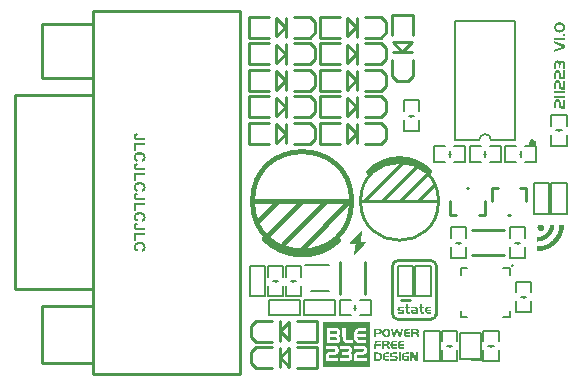
<source format=gto>
G04*
G04 #@! TF.GenerationSoftware,Altium Limited,Altium Designer,21.7.1 (17)*
G04*
G04 Layer_Color=65535*
%FSLAX25Y25*%
%MOIN*%
G70*
G04*
G04 #@! TF.SameCoordinates,7597F7ED-B0B0-46DE-8649-F5B0F68803AD*
G04*
G04*
G04 #@! TF.FilePolarity,Positive*
G04*
G01*
G75*
%ADD10C,0.01002*%
%ADD11C,0.01000*%
%ADD12C,0.01984*%
%ADD13C,0.01500*%
%ADD14C,0.00800*%
%ADD15C,0.00591*%
%ADD16C,0.00600*%
%ADD17C,0.00591*%
%ADD18C,0.00787*%
G36*
X149284Y49913D02*
X149388D01*
Y49895D01*
X149439D01*
Y49878D01*
X149508D01*
Y49861D01*
X149543D01*
Y49844D01*
X149595D01*
Y49826D01*
X149629D01*
Y49809D01*
X149664D01*
Y49792D01*
X149698D01*
Y49775D01*
X149715D01*
Y49757D01*
X149750D01*
Y49740D01*
X149767D01*
Y49723D01*
X149802D01*
Y49706D01*
X149819D01*
Y49688D01*
X149853D01*
Y49671D01*
X149871D01*
Y49654D01*
X149888D01*
Y49637D01*
X149905D01*
Y49619D01*
X149922D01*
Y49602D01*
X149940D01*
Y49585D01*
X149957D01*
Y49568D01*
X149974D01*
Y49550D01*
X149991D01*
Y49533D01*
X150008D01*
Y49499D01*
X150026D01*
Y49481D01*
X150043D01*
Y49447D01*
X150060D01*
Y49430D01*
X150077D01*
Y49395D01*
X150095D01*
Y49378D01*
X150112D01*
Y49343D01*
X150129D01*
Y49309D01*
X150146D01*
Y49274D01*
X150164D01*
Y49240D01*
X150181D01*
Y49188D01*
X150198D01*
Y49119D01*
X150215D01*
Y49067D01*
X150233D01*
Y48964D01*
X150250D01*
Y48688D01*
X150233D01*
Y48584D01*
X150215D01*
Y48533D01*
X150198D01*
Y48464D01*
X150181D01*
Y48412D01*
X150164D01*
Y48377D01*
X150146D01*
Y48343D01*
X150129D01*
Y48308D01*
X150112D01*
Y48274D01*
X150095D01*
Y48257D01*
X150077D01*
Y48222D01*
X150060D01*
Y48205D01*
X150043D01*
Y48171D01*
X150026D01*
Y48153D01*
X150008D01*
Y48119D01*
X149991D01*
Y48101D01*
X149974D01*
Y48084D01*
X149957D01*
Y48067D01*
X149940D01*
Y48050D01*
X149922D01*
Y48033D01*
X149905D01*
Y48015D01*
X149888D01*
Y47998D01*
X149871D01*
Y47981D01*
X149853D01*
Y47964D01*
X149819D01*
Y47946D01*
X149802D01*
Y47929D01*
X149767D01*
Y47912D01*
X149750D01*
Y47894D01*
X149715D01*
Y47877D01*
X149698D01*
Y47860D01*
X149664D01*
Y47843D01*
X149629D01*
Y47826D01*
X149595D01*
Y47808D01*
X149543D01*
Y47791D01*
X149508D01*
Y47774D01*
X149439D01*
Y47756D01*
X149388D01*
Y47739D01*
X149284D01*
Y47722D01*
X149008D01*
Y47739D01*
X148905D01*
Y47756D01*
X148853D01*
Y47774D01*
X148784D01*
Y47791D01*
X148732D01*
Y47808D01*
X148698D01*
Y47826D01*
X148663D01*
Y47843D01*
X148629D01*
Y47860D01*
X148594D01*
Y47877D01*
X148577D01*
Y47894D01*
X148542D01*
Y47912D01*
X148525D01*
Y47929D01*
X148491D01*
Y47946D01*
X148473D01*
Y47964D01*
X148439D01*
Y47981D01*
X148422D01*
Y47998D01*
X148404D01*
Y48015D01*
X148387D01*
Y48033D01*
X148370D01*
Y48050D01*
X148353D01*
Y48067D01*
X148335D01*
Y48084D01*
X148318D01*
Y48101D01*
X148301D01*
Y48119D01*
X148284D01*
Y48153D01*
X148266D01*
Y48171D01*
X148249D01*
Y48205D01*
X148232D01*
Y48222D01*
X148215D01*
Y48257D01*
X148197D01*
Y48274D01*
X148180D01*
Y48308D01*
X148163D01*
Y48343D01*
X148146D01*
Y48377D01*
X148128D01*
Y48429D01*
X148111D01*
Y48464D01*
X148094D01*
Y48533D01*
X148077D01*
Y48584D01*
X148059D01*
Y48688D01*
X148042D01*
Y48964D01*
X148059D01*
Y49067D01*
X148077D01*
Y49119D01*
X148094D01*
Y49188D01*
X148111D01*
Y49223D01*
X148128D01*
Y49274D01*
X148146D01*
Y49309D01*
X148163D01*
Y49343D01*
X148180D01*
Y49378D01*
X148197D01*
Y49395D01*
X148215D01*
Y49430D01*
X148232D01*
Y49447D01*
X148249D01*
Y49481D01*
X148266D01*
Y49499D01*
X148284D01*
Y49533D01*
X148301D01*
Y49550D01*
X148318D01*
Y49568D01*
X148335D01*
Y49585D01*
X148353D01*
Y49602D01*
X148370D01*
Y49619D01*
X148387D01*
Y49637D01*
X148404D01*
Y49654D01*
X148422D01*
Y49671D01*
X148439D01*
Y49688D01*
X148473D01*
Y49706D01*
X148491D01*
Y49723D01*
X148525D01*
Y49740D01*
X148542D01*
Y49757D01*
X148577D01*
Y49775D01*
X148594D01*
Y49792D01*
X148629D01*
Y49809D01*
X148663D01*
Y49826D01*
X148698D01*
Y49844D01*
X148732D01*
Y49861D01*
X148784D01*
Y49878D01*
X148853D01*
Y49895D01*
X148905D01*
Y49913D01*
X149008D01*
Y49930D01*
X149284D01*
Y49913D01*
D02*
G37*
G36*
X153700Y49637D02*
X153683D01*
Y49412D01*
X153665D01*
Y49240D01*
X153648D01*
Y49102D01*
X153631D01*
Y48998D01*
X153614D01*
Y48912D01*
X153596D01*
Y48809D01*
X153579D01*
Y48740D01*
X153562D01*
Y48653D01*
X153545D01*
Y48567D01*
X153527D01*
Y48498D01*
X153510D01*
Y48446D01*
X153493D01*
Y48377D01*
X153476D01*
Y48326D01*
X153458D01*
Y48257D01*
X153441D01*
Y48205D01*
X153424D01*
Y48153D01*
X153407D01*
Y48119D01*
X153389D01*
Y48067D01*
X153372D01*
Y48015D01*
X153355D01*
Y47964D01*
X153338D01*
Y47912D01*
X153320D01*
Y47877D01*
X153303D01*
Y47826D01*
X153286D01*
Y47791D01*
X153269D01*
Y47739D01*
X153251D01*
Y47705D01*
X153234D01*
Y47653D01*
X153217D01*
Y47618D01*
X153200D01*
Y47584D01*
X153182D01*
Y47550D01*
X153165D01*
Y47498D01*
X153148D01*
Y47463D01*
X153131D01*
Y47429D01*
X153113D01*
Y47394D01*
X153096D01*
Y47360D01*
X153079D01*
Y47343D01*
X153062D01*
Y47308D01*
X153044D01*
Y47273D01*
X153027D01*
Y47239D01*
X153010D01*
Y47205D01*
X152993D01*
Y47170D01*
X152975D01*
Y47153D01*
X152958D01*
Y47118D01*
X152941D01*
Y47084D01*
X152924D01*
Y47049D01*
X152906D01*
Y47032D01*
X152889D01*
Y46997D01*
X152872D01*
Y46963D01*
X152855D01*
Y46946D01*
X152837D01*
Y46911D01*
X152820D01*
Y46894D01*
X152803D01*
Y46859D01*
X152786D01*
Y46825D01*
X152768D01*
Y46808D01*
X152751D01*
Y46773D01*
X152734D01*
Y46756D01*
X152717D01*
Y46722D01*
X152699D01*
Y46704D01*
X152682D01*
Y46687D01*
X152665D01*
Y46652D01*
X152648D01*
Y46635D01*
X152630D01*
Y46618D01*
X152613D01*
Y46584D01*
X152596D01*
Y46566D01*
X152579D01*
Y46532D01*
X152561D01*
Y46515D01*
X152544D01*
Y46497D01*
X152527D01*
Y46480D01*
X152510D01*
Y46446D01*
X152492D01*
Y46428D01*
X152475D01*
Y46411D01*
X152458D01*
Y46376D01*
X152441D01*
Y46359D01*
X152423D01*
Y46342D01*
X152406D01*
Y46325D01*
X152389D01*
Y46290D01*
X152372D01*
Y46273D01*
X152354D01*
Y46256D01*
X152337D01*
Y46239D01*
X152320D01*
Y46221D01*
X152303D01*
Y46204D01*
X152285D01*
Y46187D01*
X152268D01*
Y46152D01*
X152251D01*
Y46135D01*
X152234D01*
Y46118D01*
X152216D01*
Y46101D01*
X152199D01*
Y46083D01*
X152182D01*
Y46066D01*
X152165D01*
Y46049D01*
X152147D01*
Y46032D01*
X152130D01*
Y46014D01*
X152113D01*
Y45997D01*
X152096D01*
Y45980D01*
X152078D01*
Y45963D01*
X152061D01*
Y45945D01*
X152044D01*
Y45928D01*
X152027D01*
Y45911D01*
X152009D01*
Y45894D01*
X151992D01*
Y45876D01*
X151975D01*
Y45859D01*
X151958D01*
Y45842D01*
X151940D01*
Y45825D01*
X151923D01*
Y45807D01*
X151906D01*
Y45790D01*
X151889D01*
Y45773D01*
X151871D01*
Y45756D01*
X151854D01*
Y45738D01*
X151837D01*
Y45721D01*
X151802D01*
Y45704D01*
X151785D01*
Y45687D01*
X151768D01*
Y45669D01*
X151751D01*
Y45652D01*
X151733D01*
Y45635D01*
X151716D01*
Y45618D01*
X151699D01*
Y45600D01*
X151664D01*
Y45583D01*
X151647D01*
Y45566D01*
X151630D01*
Y45549D01*
X151613D01*
Y45531D01*
X151595D01*
Y45514D01*
X151561D01*
Y45497D01*
X151544D01*
Y45480D01*
X151526D01*
Y45462D01*
X151492D01*
Y45445D01*
X151475D01*
Y45428D01*
X151457D01*
Y45411D01*
X151440D01*
Y45393D01*
X151406D01*
Y45376D01*
X151388D01*
Y45359D01*
X151354D01*
Y45342D01*
X151337D01*
Y45324D01*
X151320D01*
Y45307D01*
X151285D01*
Y45290D01*
X151268D01*
Y45273D01*
X151251D01*
Y45255D01*
X151216D01*
Y45238D01*
X151199D01*
Y45221D01*
X151164D01*
Y45204D01*
X151147D01*
Y45186D01*
X151112D01*
Y45169D01*
X151078D01*
Y45152D01*
X151061D01*
Y45135D01*
X151026D01*
Y45117D01*
X151009D01*
Y45100D01*
X150975D01*
Y45083D01*
X150940D01*
Y45066D01*
X150923D01*
Y45048D01*
X150888D01*
Y45031D01*
X150854D01*
Y45014D01*
X150819D01*
Y44997D01*
X150802D01*
Y44979D01*
X150768D01*
Y44962D01*
X150733D01*
Y44945D01*
X150698D01*
Y44928D01*
X150664D01*
Y44910D01*
X150629D01*
Y44893D01*
X150612D01*
Y44876D01*
X150578D01*
Y44859D01*
X150543D01*
Y44841D01*
X150509D01*
Y44824D01*
X150474D01*
Y44807D01*
X150423D01*
Y44790D01*
X150388D01*
Y44772D01*
X150354D01*
Y44755D01*
X150319D01*
Y44738D01*
X150267D01*
Y44721D01*
X150233D01*
Y44703D01*
X150181D01*
Y44686D01*
X150146D01*
Y44669D01*
X150095D01*
Y44652D01*
X150060D01*
Y44634D01*
X150008D01*
Y44617D01*
X149957D01*
Y44600D01*
X149905D01*
Y44583D01*
X149853D01*
Y44565D01*
X149819D01*
Y44548D01*
X149767D01*
Y44531D01*
X149715D01*
Y44514D01*
X149646D01*
Y44496D01*
X149595D01*
Y44479D01*
X149526D01*
Y44462D01*
X149474D01*
Y44445D01*
X149405D01*
Y44427D01*
X149319D01*
Y44410D01*
X149232D01*
Y44393D01*
X149163D01*
Y44376D01*
X149060D01*
Y44358D01*
X148974D01*
Y44341D01*
X148870D01*
Y44324D01*
X148732D01*
Y44307D01*
X148560D01*
Y44289D01*
X148335D01*
Y44272D01*
X148042D01*
Y45790D01*
X148301D01*
Y45807D01*
X148491D01*
Y45825D01*
X148629D01*
Y45842D01*
X148732D01*
Y45859D01*
X148836D01*
Y45876D01*
X148922D01*
Y45894D01*
X148991D01*
Y45911D01*
X149077D01*
Y45928D01*
X149129D01*
Y45945D01*
X149198D01*
Y45963D01*
X149250D01*
Y45980D01*
X149301D01*
Y45997D01*
X149353D01*
Y46014D01*
X149405D01*
Y46032D01*
X149457D01*
Y46049D01*
X149508D01*
Y46066D01*
X149560D01*
Y46083D01*
X149595D01*
Y46101D01*
X149646D01*
Y46118D01*
X149681D01*
Y46135D01*
X149715D01*
Y46152D01*
X149750D01*
Y46169D01*
X149784D01*
Y46187D01*
X149819D01*
Y46204D01*
X149853D01*
Y46221D01*
X149888D01*
Y46239D01*
X149922D01*
Y46256D01*
X149957D01*
Y46273D01*
X149991D01*
Y46290D01*
X150026D01*
Y46308D01*
X150060D01*
Y46325D01*
X150095D01*
Y46342D01*
X150129D01*
Y46359D01*
X150146D01*
Y46376D01*
X150181D01*
Y46394D01*
X150215D01*
Y46411D01*
X150233D01*
Y46428D01*
X150267D01*
Y46446D01*
X150285D01*
Y46463D01*
X150319D01*
Y46480D01*
X150336D01*
Y46497D01*
X150371D01*
Y46515D01*
X150388D01*
Y46532D01*
X150423D01*
Y46549D01*
X150440D01*
Y46566D01*
X150457D01*
Y46584D01*
X150491D01*
Y46601D01*
X150509D01*
Y46618D01*
X150526D01*
Y46635D01*
X150560D01*
Y46652D01*
X150578D01*
Y46670D01*
X150595D01*
Y46687D01*
X150629D01*
Y46704D01*
X150647D01*
Y46722D01*
X150664D01*
Y46739D01*
X150698D01*
Y46756D01*
X150716D01*
Y46773D01*
X150733D01*
Y46791D01*
X150750D01*
Y46808D01*
X150768D01*
Y46825D01*
X150785D01*
Y46842D01*
X150802D01*
Y46859D01*
X150837D01*
Y46877D01*
X150854D01*
Y46894D01*
X150871D01*
Y46911D01*
X150888D01*
Y46929D01*
X150906D01*
Y46946D01*
X150923D01*
Y46963D01*
X150940D01*
Y46980D01*
X150957D01*
Y46997D01*
X150975D01*
Y47015D01*
X150992D01*
Y47032D01*
X151009D01*
Y47049D01*
X151026D01*
Y47067D01*
X151043D01*
Y47084D01*
X151061D01*
Y47101D01*
X151078D01*
Y47118D01*
X151095D01*
Y47135D01*
X151112D01*
Y47170D01*
X151130D01*
Y47187D01*
X151147D01*
Y47205D01*
X151164D01*
Y47222D01*
X151181D01*
Y47239D01*
X151199D01*
Y47256D01*
X151216D01*
Y47273D01*
X151233D01*
Y47308D01*
X151251D01*
Y47325D01*
X151268D01*
Y47343D01*
X151285D01*
Y47377D01*
X151302D01*
Y47394D01*
X151320D01*
Y47412D01*
X151337D01*
Y47446D01*
X151354D01*
Y47463D01*
X151371D01*
Y47480D01*
X151388D01*
Y47515D01*
X151406D01*
Y47532D01*
X151423D01*
Y47550D01*
X151440D01*
Y47584D01*
X151457D01*
Y47601D01*
X151475D01*
Y47636D01*
X151492D01*
Y47653D01*
X151509D01*
Y47688D01*
X151526D01*
Y47705D01*
X151544D01*
Y47739D01*
X151561D01*
Y47756D01*
X151578D01*
Y47791D01*
X151595D01*
Y47826D01*
X151613D01*
Y47843D01*
X151630D01*
Y47877D01*
X151647D01*
Y47912D01*
X151664D01*
Y47946D01*
X151682D01*
Y47981D01*
X151699D01*
Y48015D01*
X151716D01*
Y48050D01*
X151733D01*
Y48084D01*
X151751D01*
Y48119D01*
X151768D01*
Y48153D01*
X151785D01*
Y48188D01*
X151802D01*
Y48222D01*
X151820D01*
Y48257D01*
X151837D01*
Y48291D01*
X151854D01*
Y48326D01*
X151871D01*
Y48377D01*
X151889D01*
Y48412D01*
X151906D01*
Y48464D01*
X151923D01*
Y48498D01*
X151940D01*
Y48550D01*
X151958D01*
Y48602D01*
X151975D01*
Y48653D01*
X151992D01*
Y48722D01*
X152009D01*
Y48774D01*
X152027D01*
Y48826D01*
X152044D01*
Y48895D01*
X152061D01*
Y48981D01*
X152078D01*
Y49050D01*
X152096D01*
Y49136D01*
X152113D01*
Y49240D01*
X152130D01*
Y49343D01*
X152147D01*
Y49481D01*
X152165D01*
Y49671D01*
X152182D01*
Y49930D01*
X153700D01*
Y49637D01*
D02*
G37*
G36*
X156874D02*
X156856D01*
Y49309D01*
X156839D01*
Y49085D01*
X156822D01*
Y48929D01*
X156805D01*
Y48791D01*
X156787D01*
Y48653D01*
X156770D01*
Y48533D01*
X156753D01*
Y48446D01*
X156736D01*
Y48343D01*
X156718D01*
Y48239D01*
X156701D01*
Y48153D01*
X156684D01*
Y48067D01*
X156667D01*
Y47998D01*
X156649D01*
Y47912D01*
X156632D01*
Y47843D01*
X156615D01*
Y47756D01*
X156598D01*
Y47688D01*
X156580D01*
Y47636D01*
X156563D01*
Y47567D01*
X156546D01*
Y47515D01*
X156529D01*
Y47446D01*
X156511D01*
Y47394D01*
X156494D01*
Y47325D01*
X156477D01*
Y47273D01*
X156460D01*
Y47222D01*
X156442D01*
Y47170D01*
X156425D01*
Y47118D01*
X156408D01*
Y47067D01*
X156391D01*
Y47015D01*
X156373D01*
Y46963D01*
X156356D01*
Y46911D01*
X156339D01*
Y46877D01*
X156322D01*
Y46825D01*
X156304D01*
Y46791D01*
X156287D01*
Y46739D01*
X156270D01*
Y46704D01*
X156253D01*
Y46652D01*
X156235D01*
Y46618D01*
X156218D01*
Y46566D01*
X156201D01*
Y46532D01*
X156184D01*
Y46480D01*
X156166D01*
Y46446D01*
X156149D01*
Y46411D01*
X156132D01*
Y46376D01*
X156115D01*
Y46325D01*
X156097D01*
Y46290D01*
X156080D01*
Y46256D01*
X156063D01*
Y46221D01*
X156046D01*
Y46169D01*
X156028D01*
Y46135D01*
X156011D01*
Y46101D01*
X155994D01*
Y46066D01*
X155977D01*
Y46032D01*
X155959D01*
Y45997D01*
X155942D01*
Y45963D01*
X155925D01*
Y45928D01*
X155908D01*
Y45894D01*
X155890D01*
Y45859D01*
X155873D01*
Y45825D01*
X155856D01*
Y45790D01*
X155839D01*
Y45756D01*
X155821D01*
Y45721D01*
X155804D01*
Y45704D01*
X155787D01*
Y45669D01*
X155770D01*
Y45635D01*
X155752D01*
Y45600D01*
X155735D01*
Y45583D01*
X155718D01*
Y45549D01*
X155701D01*
Y45514D01*
X155683D01*
Y45480D01*
X155666D01*
Y45462D01*
X155649D01*
Y45428D01*
X155632D01*
Y45393D01*
X155614D01*
Y45359D01*
X155597D01*
Y45342D01*
X155580D01*
Y45307D01*
X155563D01*
Y45290D01*
X155545D01*
Y45255D01*
X155528D01*
Y45238D01*
X155511D01*
Y45204D01*
X155494D01*
Y45186D01*
X155476D01*
Y45152D01*
X155459D01*
Y45117D01*
X155442D01*
Y45100D01*
X155425D01*
Y45066D01*
X155408D01*
Y45048D01*
X155390D01*
Y45014D01*
X155373D01*
Y44997D01*
X155356D01*
Y44962D01*
X155339D01*
Y44945D01*
X155321D01*
Y44928D01*
X155304D01*
Y44893D01*
X155287D01*
Y44876D01*
X155270D01*
Y44841D01*
X155252D01*
Y44824D01*
X155235D01*
Y44807D01*
X155218D01*
Y44772D01*
X155201D01*
Y44755D01*
X155183D01*
Y44721D01*
X155166D01*
Y44703D01*
X155149D01*
Y44686D01*
X155131D01*
Y44652D01*
X155114D01*
Y44634D01*
X155097D01*
Y44617D01*
X155080D01*
Y44583D01*
X155062D01*
Y44565D01*
X155045D01*
Y44548D01*
X155028D01*
Y44514D01*
X155011D01*
Y44496D01*
X154993D01*
Y44479D01*
X154976D01*
Y44462D01*
X154959D01*
Y44427D01*
X154942D01*
Y44410D01*
X154924D01*
Y44393D01*
X154907D01*
Y44358D01*
X154890D01*
Y44341D01*
X154873D01*
Y44324D01*
X154856D01*
Y44307D01*
X154838D01*
Y44272D01*
X154821D01*
Y44255D01*
X154804D01*
Y44238D01*
X154787D01*
Y44220D01*
X154769D01*
Y44203D01*
X154752D01*
Y44186D01*
X154735D01*
Y44151D01*
X154718D01*
Y44134D01*
X154700D01*
Y44117D01*
X154683D01*
Y44100D01*
X154666D01*
Y44082D01*
X154648D01*
Y44065D01*
X154631D01*
Y44048D01*
X154614D01*
Y44014D01*
X154597D01*
Y43996D01*
X154579D01*
Y43979D01*
X154562D01*
Y43962D01*
X154545D01*
Y43944D01*
X154528D01*
Y43927D01*
X154510D01*
Y43910D01*
X154493D01*
Y43893D01*
X154476D01*
Y43876D01*
X154459D01*
Y43858D01*
X154441D01*
Y43841D01*
X154424D01*
Y43824D01*
X154407D01*
Y43806D01*
X154390D01*
Y43789D01*
X154373D01*
Y43772D01*
X154355D01*
Y43755D01*
X154338D01*
Y43738D01*
X154321D01*
Y43720D01*
X154304D01*
Y43703D01*
X154286D01*
Y43686D01*
X154269D01*
Y43668D01*
X154252D01*
Y43651D01*
X154235D01*
Y43634D01*
X154217D01*
Y43617D01*
X154200D01*
Y43600D01*
X154183D01*
Y43582D01*
X154165D01*
Y43565D01*
X154148D01*
Y43548D01*
X154131D01*
Y43530D01*
X154114D01*
Y43513D01*
X154096D01*
Y43496D01*
X154079D01*
Y43479D01*
X154062D01*
Y43461D01*
X154045D01*
Y43444D01*
X154027D01*
Y43427D01*
X154010D01*
Y43410D01*
X153993D01*
Y43393D01*
X153976D01*
Y43375D01*
X153941D01*
Y43358D01*
X153924D01*
Y43341D01*
X153907D01*
Y43323D01*
X153890D01*
Y43306D01*
X153872D01*
Y43289D01*
X153855D01*
Y43272D01*
X153821D01*
Y43255D01*
X153803D01*
Y43237D01*
X153786D01*
Y43220D01*
X153769D01*
Y43203D01*
X153752D01*
Y43185D01*
X153734D01*
Y43168D01*
X153717D01*
Y43151D01*
X153683D01*
Y43134D01*
X153665D01*
Y43117D01*
X153648D01*
Y43099D01*
X153631D01*
Y43082D01*
X153614D01*
Y43065D01*
X153579D01*
Y43047D01*
X153562D01*
Y43030D01*
X153545D01*
Y43013D01*
X153510D01*
Y42996D01*
X153493D01*
Y42979D01*
X153476D01*
Y42961D01*
X153458D01*
Y42944D01*
X153424D01*
Y42927D01*
X153407D01*
Y42910D01*
X153389D01*
Y42892D01*
X153355D01*
Y42875D01*
X153338D01*
Y42858D01*
X153320D01*
Y42840D01*
X153286D01*
Y42823D01*
X153269D01*
Y42806D01*
X153251D01*
Y42789D01*
X153217D01*
Y42772D01*
X153200D01*
Y42754D01*
X153165D01*
Y42737D01*
X153148D01*
Y42720D01*
X153131D01*
Y42702D01*
X153096D01*
Y42685D01*
X153079D01*
Y42668D01*
X153044D01*
Y42651D01*
X153027D01*
Y42634D01*
X153010D01*
Y42616D01*
X152975D01*
Y42599D01*
X152958D01*
Y42582D01*
X152924D01*
Y42564D01*
X152906D01*
Y42547D01*
X152872D01*
Y42530D01*
X152855D01*
Y42513D01*
X152820D01*
Y42496D01*
X152786D01*
Y42478D01*
X152768D01*
Y42461D01*
X152734D01*
Y42444D01*
X152717D01*
Y42426D01*
X152682D01*
Y42409D01*
X152665D01*
Y42392D01*
X152630D01*
Y42375D01*
X152613D01*
Y42358D01*
X152579D01*
Y42340D01*
X152544D01*
Y42323D01*
X152510D01*
Y42306D01*
X152492D01*
Y42289D01*
X152458D01*
Y42271D01*
X152423D01*
Y42254D01*
X152389D01*
Y42237D01*
X152372D01*
Y42220D01*
X152337D01*
Y42202D01*
X152303D01*
Y42185D01*
X152268D01*
Y42168D01*
X152251D01*
Y42151D01*
X152216D01*
Y42133D01*
X152182D01*
Y42116D01*
X152147D01*
Y42099D01*
X152113D01*
Y42081D01*
X152078D01*
Y42064D01*
X152044D01*
Y42047D01*
X152009D01*
Y42030D01*
X151975D01*
Y42013D01*
X151940D01*
Y41995D01*
X151906D01*
Y41978D01*
X151871D01*
Y41961D01*
X151837D01*
Y41944D01*
X151802D01*
Y41926D01*
X151751D01*
Y41909D01*
X151716D01*
Y41892D01*
X151682D01*
Y41875D01*
X151647D01*
Y41857D01*
X151595D01*
Y41840D01*
X151561D01*
Y41823D01*
X151526D01*
Y41806D01*
X151492D01*
Y41788D01*
X151440D01*
Y41771D01*
X151406D01*
Y41754D01*
X151354D01*
Y41737D01*
X151320D01*
Y41719D01*
X151268D01*
Y41702D01*
X151233D01*
Y41685D01*
X151181D01*
Y41668D01*
X151147D01*
Y41650D01*
X151095D01*
Y41633D01*
X151061D01*
Y41616D01*
X151009D01*
Y41599D01*
X150957D01*
Y41581D01*
X150906D01*
Y41564D01*
X150854D01*
Y41547D01*
X150802D01*
Y41530D01*
X150750D01*
Y41512D01*
X150698D01*
Y41495D01*
X150647D01*
Y41478D01*
X150578D01*
Y41461D01*
X150526D01*
Y41443D01*
X150457D01*
Y41426D01*
X150405D01*
Y41409D01*
X150336D01*
Y41392D01*
X150285D01*
Y41374D01*
X150215D01*
Y41357D01*
X150129D01*
Y41340D01*
X150060D01*
Y41323D01*
X149974D01*
Y41305D01*
X149905D01*
Y41288D01*
X149819D01*
Y41271D01*
X149732D01*
Y41254D01*
X149629D01*
Y41236D01*
X149526D01*
Y41219D01*
X149439D01*
Y41202D01*
X149319D01*
Y41185D01*
X149181D01*
Y41167D01*
X149043D01*
Y41150D01*
X148887D01*
Y41133D01*
X148663D01*
Y41116D01*
X148353D01*
Y41098D01*
X148042D01*
Y42616D01*
X148422D01*
Y42634D01*
X148629D01*
Y42651D01*
X148818D01*
Y42668D01*
X148956D01*
Y42685D01*
X149094D01*
Y42702D01*
X149198D01*
Y42720D01*
X149301D01*
Y42737D01*
X149405D01*
Y42754D01*
X149508D01*
Y42772D01*
X149595D01*
Y42789D01*
X149664D01*
Y42806D01*
X149732D01*
Y42823D01*
X149819D01*
Y42840D01*
X149888D01*
Y42858D01*
X149940D01*
Y42875D01*
X150008D01*
Y42892D01*
X150060D01*
Y42910D01*
X150129D01*
Y42927D01*
X150181D01*
Y42944D01*
X150233D01*
Y42961D01*
X150285D01*
Y42979D01*
X150336D01*
Y42996D01*
X150388D01*
Y43013D01*
X150440D01*
Y43030D01*
X150491D01*
Y43047D01*
X150543D01*
Y43065D01*
X150595D01*
Y43082D01*
X150629D01*
Y43099D01*
X150681D01*
Y43117D01*
X150716D01*
Y43134D01*
X150768D01*
Y43151D01*
X150819D01*
Y43168D01*
X150854D01*
Y43185D01*
X150906D01*
Y43203D01*
X150940D01*
Y43220D01*
X150975D01*
Y43237D01*
X151009D01*
Y43255D01*
X151043D01*
Y43272D01*
X151095D01*
Y43289D01*
X151130D01*
Y43306D01*
X151164D01*
Y43323D01*
X151199D01*
Y43341D01*
X151233D01*
Y43358D01*
X151268D01*
Y43375D01*
X151302D01*
Y43393D01*
X151337D01*
Y43410D01*
X151371D01*
Y43427D01*
X151406D01*
Y43444D01*
X151440D01*
Y43461D01*
X151475D01*
Y43479D01*
X151509D01*
Y43496D01*
X151526D01*
Y43513D01*
X151561D01*
Y43530D01*
X151595D01*
Y43548D01*
X151630D01*
Y43565D01*
X151647D01*
Y43582D01*
X151682D01*
Y43600D01*
X151716D01*
Y43617D01*
X151751D01*
Y43634D01*
X151768D01*
Y43651D01*
X151802D01*
Y43668D01*
X151837D01*
Y43686D01*
X151854D01*
Y43703D01*
X151889D01*
Y43720D01*
X151906D01*
Y43738D01*
X151940D01*
Y43755D01*
X151975D01*
Y43772D01*
X151992D01*
Y43789D01*
X152027D01*
Y43806D01*
X152044D01*
Y43824D01*
X152078D01*
Y43841D01*
X152096D01*
Y43858D01*
X152130D01*
Y43876D01*
X152147D01*
Y43893D01*
X152182D01*
Y43910D01*
X152199D01*
Y43927D01*
X152234D01*
Y43944D01*
X152251D01*
Y43962D01*
X152285D01*
Y43979D01*
X152303D01*
Y43996D01*
X152320D01*
Y44014D01*
X152354D01*
Y44031D01*
X152372D01*
Y44048D01*
X152406D01*
Y44065D01*
X152423D01*
Y44082D01*
X152441D01*
Y44100D01*
X152475D01*
Y44117D01*
X152492D01*
Y44134D01*
X152510D01*
Y44151D01*
X152527D01*
Y44169D01*
X152561D01*
Y44186D01*
X152579D01*
Y44203D01*
X152596D01*
Y44220D01*
X152630D01*
Y44238D01*
X152648D01*
Y44255D01*
X152665D01*
Y44272D01*
X152682D01*
Y44289D01*
X152717D01*
Y44307D01*
X152734D01*
Y44324D01*
X152751D01*
Y44341D01*
X152768D01*
Y44358D01*
X152786D01*
Y44376D01*
X152803D01*
Y44393D01*
X152837D01*
Y44410D01*
X152855D01*
Y44427D01*
X152872D01*
Y44445D01*
X152889D01*
Y44462D01*
X152906D01*
Y44479D01*
X152924D01*
Y44496D01*
X152941D01*
Y44514D01*
X152958D01*
Y44531D01*
X152975D01*
Y44548D01*
X152993D01*
Y44565D01*
X153010D01*
Y44583D01*
X153027D01*
Y44600D01*
X153062D01*
Y44617D01*
X153079D01*
Y44634D01*
X153096D01*
Y44652D01*
X153113D01*
Y44669D01*
X153131D01*
Y44686D01*
X153148D01*
Y44703D01*
X153165D01*
Y44721D01*
X153182D01*
Y44738D01*
X153200D01*
Y44755D01*
X153217D01*
Y44772D01*
X153234D01*
Y44790D01*
X153251D01*
Y44807D01*
X153269D01*
Y44824D01*
X153286D01*
Y44841D01*
X153303D01*
Y44859D01*
X153320D01*
Y44876D01*
X153338D01*
Y44893D01*
X153355D01*
Y44910D01*
X153372D01*
Y44945D01*
X153389D01*
Y44962D01*
X153407D01*
Y44979D01*
X153424D01*
Y44997D01*
X153441D01*
Y45014D01*
X153458D01*
Y45031D01*
X153476D01*
Y45048D01*
X153493D01*
Y45066D01*
X153510D01*
Y45083D01*
X153527D01*
Y45100D01*
X153545D01*
Y45135D01*
X153562D01*
Y45152D01*
X153579D01*
Y45169D01*
X153596D01*
Y45186D01*
X153614D01*
Y45204D01*
X153631D01*
Y45221D01*
X153648D01*
Y45238D01*
X153665D01*
Y45255D01*
X153683D01*
Y45290D01*
X153700D01*
Y45307D01*
X153717D01*
Y45324D01*
X153734D01*
Y45342D01*
X153752D01*
Y45376D01*
X153769D01*
Y45393D01*
X153786D01*
Y45411D01*
X153803D01*
Y45445D01*
X153821D01*
Y45462D01*
X153838D01*
Y45480D01*
X153855D01*
Y45497D01*
X153872D01*
Y45531D01*
X153890D01*
Y45549D01*
X153907D01*
Y45566D01*
X153924D01*
Y45600D01*
X153941D01*
Y45618D01*
X153958D01*
Y45652D01*
X153976D01*
Y45669D01*
X153993D01*
Y45687D01*
X154010D01*
Y45721D01*
X154027D01*
Y45738D01*
X154045D01*
Y45773D01*
X154062D01*
Y45790D01*
X154079D01*
Y45825D01*
X154096D01*
Y45842D01*
X154114D01*
Y45876D01*
X154131D01*
Y45894D01*
X154148D01*
Y45928D01*
X154165D01*
Y45945D01*
X154183D01*
Y45980D01*
X154200D01*
Y45997D01*
X154217D01*
Y46032D01*
X154235D01*
Y46066D01*
X154252D01*
Y46083D01*
X154269D01*
Y46118D01*
X154286D01*
Y46135D01*
X154304D01*
Y46169D01*
X154321D01*
Y46204D01*
X154338D01*
Y46221D01*
X154355D01*
Y46256D01*
X154373D01*
Y46290D01*
X154390D01*
Y46325D01*
X154407D01*
Y46342D01*
X154424D01*
Y46376D01*
X154441D01*
Y46411D01*
X154459D01*
Y46446D01*
X154476D01*
Y46463D01*
X154493D01*
Y46497D01*
X154510D01*
Y46532D01*
X154528D01*
Y46566D01*
X154545D01*
Y46601D01*
X154562D01*
Y46635D01*
X154579D01*
Y46670D01*
X154597D01*
Y46704D01*
X154614D01*
Y46739D01*
X154631D01*
Y46773D01*
X154648D01*
Y46808D01*
X154666D01*
Y46842D01*
X154683D01*
Y46877D01*
X154700D01*
Y46929D01*
X154718D01*
Y46963D01*
X154735D01*
Y46997D01*
X154752D01*
Y47032D01*
X154769D01*
Y47067D01*
X154787D01*
Y47118D01*
X154804D01*
Y47153D01*
X154821D01*
Y47205D01*
X154838D01*
Y47256D01*
X154856D01*
Y47291D01*
X154873D01*
Y47343D01*
X154890D01*
Y47377D01*
X154907D01*
Y47429D01*
X154924D01*
Y47480D01*
X154942D01*
Y47532D01*
X154959D01*
Y47584D01*
X154976D01*
Y47636D01*
X154993D01*
Y47688D01*
X155011D01*
Y47739D01*
X155028D01*
Y47791D01*
X155045D01*
Y47843D01*
X155062D01*
Y47912D01*
X155080D01*
Y47964D01*
X155097D01*
Y48033D01*
X155114D01*
Y48084D01*
X155131D01*
Y48153D01*
X155149D01*
Y48222D01*
X155166D01*
Y48308D01*
X155183D01*
Y48377D01*
X155201D01*
Y48464D01*
X155218D01*
Y48550D01*
X155235D01*
Y48653D01*
X155252D01*
Y48757D01*
X155270D01*
Y48878D01*
X155287D01*
Y49016D01*
X155304D01*
Y49154D01*
X155321D01*
Y49343D01*
X155339D01*
Y49550D01*
X155356D01*
Y49930D01*
X156874D01*
Y49637D01*
D02*
G37*
G36*
X89472Y47746D02*
X89513D01*
Y47705D01*
X89554D01*
Y47664D01*
X89596D01*
Y47622D01*
Y47581D01*
Y47540D01*
Y47499D01*
X89554D01*
Y47458D01*
Y47416D01*
Y47375D01*
Y47334D01*
Y47293D01*
Y47252D01*
X89513D01*
Y47210D01*
Y47169D01*
Y47128D01*
Y47087D01*
Y47045D01*
Y47004D01*
X89472D01*
Y46963D01*
Y46922D01*
Y46881D01*
Y46839D01*
Y46798D01*
Y46757D01*
Y46716D01*
X89431D01*
Y46675D01*
Y46633D01*
Y46592D01*
Y46551D01*
Y46510D01*
Y46468D01*
X89389D01*
Y46427D01*
Y46386D01*
Y46345D01*
Y46304D01*
Y46262D01*
Y46221D01*
X89348D01*
Y46180D01*
Y46139D01*
Y46098D01*
Y46056D01*
Y46015D01*
Y45974D01*
X89307D01*
Y45933D01*
Y45892D01*
Y45850D01*
Y45809D01*
Y45768D01*
Y45727D01*
X89266D01*
Y45685D01*
Y45644D01*
Y45603D01*
Y45562D01*
Y45521D01*
Y45479D01*
X89225D01*
Y45438D01*
Y45397D01*
Y45356D01*
Y45315D01*
Y45273D01*
Y45232D01*
X89183D01*
Y45191D01*
Y45150D01*
Y45109D01*
Y45067D01*
Y45026D01*
Y44985D01*
X89142D01*
Y44944D01*
Y44902D01*
Y44861D01*
Y44820D01*
Y44779D01*
Y44738D01*
X89101D01*
Y44696D01*
Y44655D01*
Y44614D01*
Y44573D01*
Y44532D01*
Y44490D01*
X89060D01*
Y44449D01*
Y44408D01*
Y44367D01*
Y44326D01*
X89101D01*
Y44284D01*
Y44243D01*
X89142D01*
Y44202D01*
X89225D01*
Y44161D01*
X90832D01*
Y44119D01*
X90873D01*
Y44078D01*
X90914D01*
Y44037D01*
Y43996D01*
Y43955D01*
Y43913D01*
Y43872D01*
Y43831D01*
X90873D01*
Y43790D01*
X90832D01*
Y43749D01*
X90791D01*
Y43707D01*
X90750D01*
Y43666D01*
X90708D01*
Y43625D01*
X90667D01*
Y43584D01*
X90626D01*
Y43542D01*
X90585D01*
Y43501D01*
Y43460D01*
X90543D01*
Y43419D01*
X90502D01*
Y43378D01*
X90461D01*
Y43336D01*
X90420D01*
Y43295D01*
X90379D01*
Y43254D01*
X90337D01*
Y43213D01*
X90296D01*
Y43172D01*
X90255D01*
Y43130D01*
X90214D01*
Y43089D01*
X90172D01*
Y43048D01*
X90131D01*
Y43007D01*
X90090D01*
Y42965D01*
X90049D01*
Y42924D01*
X90008D01*
Y42883D01*
Y42842D01*
X89966D01*
Y42801D01*
X89925D01*
Y42759D01*
X89884D01*
Y42718D01*
X89843D01*
Y42677D01*
X89802D01*
Y42636D01*
X89760D01*
Y42595D01*
X89719D01*
Y42553D01*
X89678D01*
Y42512D01*
X89637D01*
Y42471D01*
X89596D01*
Y42430D01*
X89554D01*
Y42388D01*
X89513D01*
Y42347D01*
X89472D01*
Y42306D01*
X89431D01*
Y42265D01*
Y42224D01*
X89389D01*
Y42182D01*
X89348D01*
Y42141D01*
X89307D01*
Y42100D01*
X89266D01*
Y42059D01*
X89225D01*
Y42017D01*
X89183D01*
Y41976D01*
X89142D01*
Y41935D01*
X89101D01*
Y41894D01*
X89060D01*
Y41853D01*
X89019D01*
Y41811D01*
X88977D01*
Y41770D01*
X88936D01*
Y41729D01*
X88895D01*
Y41688D01*
X88854D01*
Y41647D01*
X88813D01*
Y41605D01*
Y41564D01*
X88771D01*
Y41523D01*
X88730D01*
Y41482D01*
X88689D01*
Y41441D01*
X88648D01*
Y41399D01*
X88606D01*
Y41358D01*
X88565D01*
Y41317D01*
X88524D01*
Y41276D01*
X88483D01*
Y41234D01*
X88442D01*
Y41193D01*
X88400D01*
Y41152D01*
X88359D01*
Y41111D01*
X88318D01*
Y41070D01*
X88277D01*
Y41028D01*
X88235D01*
Y40987D01*
X88194D01*
Y40946D01*
Y40905D01*
X88153D01*
Y40864D01*
X88112D01*
Y40822D01*
X88071D01*
Y40781D01*
X88029D01*
Y40740D01*
X87988D01*
Y40699D01*
X87947D01*
Y40657D01*
X87906D01*
Y40616D01*
X87865D01*
Y40575D01*
X87823D01*
Y40534D01*
X87782D01*
Y40493D01*
X87741D01*
Y40451D01*
X87700D01*
Y40410D01*
X87659D01*
Y40369D01*
X87617D01*
Y40328D01*
X87576D01*
Y40287D01*
Y40245D01*
X87535D01*
Y40204D01*
X87494D01*
Y40163D01*
X87453D01*
Y40122D01*
X87411D01*
Y40080D01*
X87370D01*
Y40039D01*
X87329D01*
Y39998D01*
X87288D01*
Y39957D01*
X87246D01*
Y39916D01*
X87205D01*
Y39875D01*
X86999D01*
Y39916D01*
X86917D01*
Y39957D01*
Y39998D01*
X86875D01*
Y40039D01*
Y40080D01*
Y40122D01*
Y40163D01*
X86917D01*
Y40204D01*
Y40245D01*
Y40287D01*
Y40328D01*
Y40369D01*
Y40410D01*
X86958D01*
Y40451D01*
Y40493D01*
Y40534D01*
Y40575D01*
Y40616D01*
Y40657D01*
X86999D01*
Y40699D01*
Y40740D01*
Y40781D01*
Y40822D01*
Y40864D01*
Y40905D01*
Y40946D01*
X87040D01*
Y40987D01*
Y41028D01*
Y41070D01*
Y41111D01*
Y41152D01*
Y41193D01*
X87082D01*
Y41234D01*
Y41276D01*
Y41317D01*
Y41358D01*
Y41399D01*
Y41441D01*
X87123D01*
Y41482D01*
Y41523D01*
Y41564D01*
Y41605D01*
Y41647D01*
Y41688D01*
X87164D01*
Y41729D01*
Y41770D01*
Y41811D01*
Y41853D01*
Y41894D01*
Y41935D01*
X87205D01*
Y41976D01*
Y42017D01*
Y42059D01*
Y42100D01*
Y42141D01*
Y42182D01*
X87246D01*
Y42224D01*
Y42265D01*
Y42306D01*
Y42347D01*
Y42388D01*
Y42430D01*
X87288D01*
Y42471D01*
Y42512D01*
Y42553D01*
Y42595D01*
Y42636D01*
Y42677D01*
X87329D01*
Y42718D01*
Y42759D01*
Y42801D01*
Y42842D01*
Y42883D01*
Y42924D01*
X87370D01*
Y42965D01*
Y43007D01*
Y43048D01*
Y43089D01*
Y43130D01*
Y43172D01*
X87411D01*
Y43213D01*
Y43254D01*
Y43295D01*
Y43336D01*
X87370D01*
Y43378D01*
Y43419D01*
X87329D01*
Y43460D01*
X87246D01*
Y43501D01*
X85639D01*
Y43542D01*
X85598D01*
Y43584D01*
X85557D01*
Y43625D01*
Y43666D01*
Y43707D01*
Y43749D01*
Y43790D01*
Y43831D01*
X85598D01*
Y43872D01*
X85639D01*
Y43913D01*
X85680D01*
Y43955D01*
X85721D01*
Y43996D01*
X85763D01*
Y44037D01*
X85804D01*
Y44078D01*
X85845D01*
Y44119D01*
X85886D01*
Y44161D01*
X85928D01*
Y44202D01*
Y44243D01*
X85969D01*
Y44284D01*
X86010D01*
Y44326D01*
X86051D01*
Y44367D01*
X86092D01*
Y44408D01*
X86134D01*
Y44449D01*
X86175D01*
Y44490D01*
X86216D01*
Y44532D01*
X86257D01*
Y44573D01*
X86299D01*
Y44614D01*
X86340D01*
Y44655D01*
X86381D01*
Y44696D01*
X86422D01*
Y44738D01*
X86463D01*
Y44779D01*
X86505D01*
Y44820D01*
X86546D01*
Y44861D01*
Y44902D01*
X86587D01*
Y44944D01*
X86628D01*
Y44985D01*
X86669D01*
Y45026D01*
X86711D01*
Y45067D01*
X86752D01*
Y45109D01*
X86793D01*
Y45150D01*
X86834D01*
Y45191D01*
X86875D01*
Y45232D01*
X86917D01*
Y45273D01*
X86958D01*
Y45315D01*
X86999D01*
Y45356D01*
X87040D01*
Y45397D01*
X87082D01*
Y45438D01*
X87123D01*
Y45479D01*
X87164D01*
Y45521D01*
Y45562D01*
X87205D01*
Y45603D01*
X87246D01*
Y45644D01*
X87288D01*
Y45685D01*
X87329D01*
Y45727D01*
X87370D01*
Y45768D01*
X87411D01*
Y45809D01*
X87453D01*
Y45850D01*
X87494D01*
Y45892D01*
X87535D01*
Y45933D01*
X87576D01*
Y45974D01*
X87617D01*
Y46015D01*
X87659D01*
Y46056D01*
X87700D01*
Y46098D01*
X87741D01*
Y46139D01*
X87782D01*
Y46180D01*
Y46221D01*
X87823D01*
Y46262D01*
X87865D01*
Y46304D01*
X87906D01*
Y46345D01*
X87947D01*
Y46386D01*
X87988D01*
Y46427D01*
X88029D01*
Y46468D01*
X88071D01*
Y46510D01*
X88112D01*
Y46551D01*
X88153D01*
Y46592D01*
X88194D01*
Y46633D01*
X88235D01*
Y46675D01*
X88277D01*
Y46716D01*
X88318D01*
Y46757D01*
X88359D01*
Y46798D01*
Y46839D01*
X88400D01*
Y46881D01*
X88442D01*
Y46922D01*
X88483D01*
Y46963D01*
X88524D01*
Y47004D01*
X88565D01*
Y47045D01*
X88606D01*
Y47087D01*
X88648D01*
Y47128D01*
X88689D01*
Y47169D01*
X88730D01*
Y47210D01*
X88771D01*
Y47252D01*
X88813D01*
Y47293D01*
X88854D01*
Y47334D01*
X88895D01*
Y47375D01*
X88936D01*
Y47416D01*
Y47458D01*
X88977D01*
Y47499D01*
X89019D01*
Y47540D01*
X89060D01*
Y47581D01*
X89101D01*
Y47622D01*
X89142D01*
Y47664D01*
X89183D01*
Y47705D01*
X89225D01*
Y47746D01*
X89266D01*
Y47787D01*
X89472D01*
Y47746D01*
D02*
G37*
G36*
X155516Y117337D02*
X155577D01*
X155654Y117327D01*
X155745Y117317D01*
X155842Y117307D01*
X155949Y117286D01*
X156056Y117261D01*
X156174Y117230D01*
X156286Y117194D01*
X156398Y117149D01*
X156510Y117098D01*
X156612Y117036D01*
X156709Y116970D01*
X156796Y116888D01*
X156801Y116883D01*
X156811Y116868D01*
X156832Y116848D01*
X156857Y116812D01*
X156883Y116771D01*
X156913Y116715D01*
X156949Y116659D01*
X156985Y116588D01*
X157020Y116506D01*
X157056Y116419D01*
X157087Y116322D01*
X157112Y116215D01*
X157138Y116103D01*
X157158Y115981D01*
X157168Y115848D01*
X157173Y115710D01*
Y115665D01*
X157168Y115613D01*
X157163Y115542D01*
X157158Y115461D01*
X157143Y115364D01*
X157127Y115257D01*
X157102Y115139D01*
X157071Y115022D01*
X157036Y114900D01*
X156990Y114777D01*
X156934Y114660D01*
X156867Y114542D01*
X156796Y114435D01*
X156709Y114333D01*
X156607Y114247D01*
X156602Y114242D01*
X156587Y114231D01*
X156561Y114216D01*
X156531Y114196D01*
X156485Y114170D01*
X156434Y114145D01*
X156373Y114114D01*
X156301Y114089D01*
X156220Y114058D01*
X156128Y114027D01*
X156031Y114002D01*
X155924Y113976D01*
X155812Y113956D01*
X155684Y113941D01*
X155552Y113930D01*
X155414Y113925D01*
X155409D01*
X155404D01*
X155373D01*
X155327Y113930D01*
X155266D01*
X155194Y113936D01*
X155113Y113946D01*
X155016Y113961D01*
X154919Y113976D01*
X154812Y113997D01*
X154705Y114027D01*
X154593Y114058D01*
X154486Y114099D01*
X154384Y114145D01*
X154282Y114201D01*
X154190Y114262D01*
X154103Y114333D01*
X154098Y114339D01*
X154083Y114354D01*
X154062Y114379D01*
X154037Y114410D01*
X154006Y114456D01*
X153971Y114512D01*
X153930Y114573D01*
X153889Y114650D01*
X153848Y114731D01*
X153812Y114828D01*
X153777Y114930D01*
X153741Y115047D01*
X153716Y115175D01*
X153690Y115307D01*
X153675Y115455D01*
X153670Y115613D01*
Y115654D01*
X153675Y115705D01*
X153680Y115772D01*
X153685Y115853D01*
X153695Y115945D01*
X153716Y116047D01*
X153736Y116154D01*
X153761Y116266D01*
X153797Y116384D01*
X153838Y116496D01*
X153889Y116608D01*
X153950Y116720D01*
X154016Y116822D01*
X154098Y116914D01*
X154190Y116996D01*
X154195Y117001D01*
X154210Y117011D01*
X154236Y117026D01*
X154271Y117052D01*
X154317Y117077D01*
X154373Y117108D01*
X154435Y117138D01*
X154511Y117169D01*
X154593Y117200D01*
X154684Y117235D01*
X154787Y117261D01*
X154899Y117286D01*
X155016Y117312D01*
X155143Y117327D01*
X155281Y117337D01*
X155424Y117342D01*
X155434D01*
X155465D01*
X155516Y117337D01*
D02*
G37*
G36*
X157153Y112854D02*
X156480D01*
Y113482D01*
X157153D01*
Y112854D01*
D02*
G37*
G36*
Y111498D02*
X153685D01*
Y112237D01*
X157153D01*
Y111498D01*
D02*
G37*
G36*
Y109616D02*
Y108876D01*
X153685Y107418D01*
Y108249D01*
X156296Y109264D01*
X153685Y110299D01*
Y111131D01*
X157153Y109616D01*
D02*
G37*
G36*
X156316Y104608D02*
X156357Y104603D01*
X156403Y104592D01*
X156510Y104567D01*
X156571Y104546D01*
X156633Y104521D01*
X156694Y104490D01*
X156755Y104455D01*
X156811Y104409D01*
X156867Y104358D01*
X156923Y104302D01*
X156969Y104235D01*
X156974Y104230D01*
X156985Y104205D01*
X157005Y104174D01*
X157025Y104128D01*
X157051Y104077D01*
X157076Y104016D01*
X157097Y103945D01*
X157117Y103873D01*
Y103863D01*
X157122Y103838D01*
X157127Y103792D01*
X157132Y103730D01*
X157143Y103649D01*
X157148Y103547D01*
X157153Y103430D01*
Y101762D01*
X156541D01*
Y103297D01*
X156536Y103348D01*
X156531Y103414D01*
X156520Y103486D01*
X156505Y103552D01*
X156485Y103613D01*
X156454Y103664D01*
X156449Y103669D01*
X156434Y103685D01*
X156408Y103710D01*
X156373Y103736D01*
X156327Y103756D01*
X156276Y103781D01*
X156209Y103797D01*
X156133Y103802D01*
X156128D01*
X156123D01*
X156092D01*
X156046Y103792D01*
X155990Y103781D01*
X155929Y103761D01*
X155873Y103730D01*
X155817Y103685D01*
X155776Y103629D01*
X155771Y103623D01*
X155766Y103608D01*
X155755Y103577D01*
X155740Y103542D01*
X155730Y103486D01*
X155720Y103425D01*
X155715Y103343D01*
X155710Y103251D01*
Y102088D01*
X155098D01*
Y103302D01*
X155093Y103358D01*
X155087Y103425D01*
X155077Y103496D01*
X155062Y103567D01*
X155042Y103629D01*
X155031Y103654D01*
X155016Y103674D01*
X155011Y103680D01*
X154996Y103695D01*
X154975Y103715D01*
X154939Y103736D01*
X154899Y103756D01*
X154848Y103776D01*
X154781Y103792D01*
X154710Y103797D01*
X154705D01*
X154700D01*
X154669D01*
X154628Y103787D01*
X154577Y103776D01*
X154526Y103756D01*
X154470Y103730D01*
X154419Y103690D01*
X154373Y103639D01*
X154368Y103629D01*
X154353Y103603D01*
X154333Y103557D01*
X154317Y103506D01*
Y103501D01*
X154312Y103491D01*
Y103470D01*
X154307Y103445D01*
Y103409D01*
X154302Y103368D01*
Y101762D01*
X153685D01*
Y103435D01*
X153690Y103491D01*
Y103562D01*
X153695Y103634D01*
Y103710D01*
X153700Y103771D01*
X153705Y103797D01*
Y103832D01*
X153710Y103853D01*
X153716Y103878D01*
X153721Y103909D01*
X153731Y103945D01*
X153756Y104026D01*
Y104031D01*
X153761Y104036D01*
X153767Y104052D01*
X153777Y104072D01*
X153802Y104118D01*
X153838Y104179D01*
X153889Y104251D01*
X153950Y104322D01*
X154027Y104393D01*
X154118Y104455D01*
X154123D01*
X154129Y104460D01*
X154144Y104470D01*
X154159Y104480D01*
X154210Y104506D01*
X154277Y104536D01*
X154353Y104562D01*
X154445Y104587D01*
X154542Y104608D01*
X154644Y104613D01*
X154649D01*
X154664D01*
X154690Y104608D01*
X154725D01*
X154766Y104597D01*
X154812Y104587D01*
X154863Y104572D01*
X154919Y104557D01*
X154980Y104531D01*
X155042Y104501D01*
X155103Y104460D01*
X155164Y104419D01*
X155230Y104363D01*
X155286Y104302D01*
X155348Y104230D01*
X155398Y104149D01*
X155404Y104154D01*
X155414Y104169D01*
X155429Y104190D01*
X155455Y104220D01*
X155485Y104256D01*
X155521Y104297D01*
X155567Y104337D01*
X155618Y104383D01*
X155674Y104424D01*
X155735Y104465D01*
X155807Y104506D01*
X155878Y104541D01*
X155959Y104572D01*
X156046Y104592D01*
X156138Y104608D01*
X156235Y104613D01*
X156240D01*
X156255D01*
X156281D01*
X156316Y104608D01*
D02*
G37*
G36*
X154807Y101430D02*
X154883Y101420D01*
X154965Y101410D01*
X155057Y101390D01*
X155149Y101364D01*
X155235Y101328D01*
X155245Y101323D01*
X155271Y101308D01*
X155312Y101288D01*
X155363Y101257D01*
X155419Y101216D01*
X155475Y101165D01*
X155531Y101109D01*
X155577Y101043D01*
Y101038D01*
X155582Y101033D01*
X155592Y101012D01*
X155603Y100992D01*
X155613Y100966D01*
X155628Y100931D01*
X155643Y100890D01*
X155654Y100839D01*
X155669Y100788D01*
X155684Y100727D01*
X155699Y100660D01*
X155710Y100589D01*
X155720Y100507D01*
X155730Y100421D01*
X155735Y100329D01*
Y99656D01*
X155740Y99594D01*
X155745Y99533D01*
X155750Y99467D01*
X155761Y99406D01*
X155771Y99355D01*
Y99350D01*
X155776Y99334D01*
X155786Y99309D01*
X155796Y99283D01*
X155832Y99222D01*
X155852Y99191D01*
X155883Y99166D01*
X155888Y99161D01*
X155898Y99156D01*
X155924Y99141D01*
X155959Y99125D01*
X156005Y99110D01*
X156067Y99095D01*
X156143Y99084D01*
X156235Y99079D01*
X156541D01*
Y101344D01*
X157153D01*
Y98345D01*
X156235D01*
X156230D01*
X156209D01*
X156179D01*
X156138Y98350D01*
X156092D01*
X156036Y98360D01*
X155975Y98365D01*
X155903Y98375D01*
X155761Y98411D01*
X155689Y98437D01*
X155613Y98462D01*
X155541Y98498D01*
X155475Y98539D01*
X155409Y98585D01*
X155348Y98636D01*
X155342Y98641D01*
X155327Y98661D01*
X155302Y98687D01*
X155276Y98727D01*
X155245Y98773D01*
X155215Y98824D01*
X155189Y98880D01*
X155169Y98942D01*
Y98952D01*
X155159Y98972D01*
X155154Y99013D01*
X155143Y99069D01*
X155133Y99141D01*
X155128Y99232D01*
X155118Y99339D01*
Y100074D01*
X155113Y100125D01*
X155108Y100186D01*
X155103Y100252D01*
X155087Y100319D01*
X155072Y100385D01*
X155052Y100436D01*
X155047Y100446D01*
X155031Y100467D01*
X155006Y100497D01*
X154970Y100533D01*
X154924Y100563D01*
X154873Y100594D01*
X154807Y100614D01*
X154730Y100625D01*
X154725D01*
X154720D01*
X154690D01*
X154649Y100614D01*
X154598Y100604D01*
X154542Y100584D01*
X154481Y100553D01*
X154429Y100507D01*
X154384Y100451D01*
X154378Y100446D01*
X154368Y100426D01*
X154358Y100395D01*
X154343Y100349D01*
X154327Y100288D01*
X154312Y100217D01*
X154307Y100130D01*
X154302Y100028D01*
Y98401D01*
X153685D01*
Y100247D01*
X153690Y100293D01*
Y100349D01*
X153695Y100410D01*
X153705Y100477D01*
X153710Y100548D01*
X153741Y100701D01*
X153782Y100854D01*
X153807Y100926D01*
X153833Y100997D01*
X153868Y101058D01*
X153909Y101109D01*
X153914Y101114D01*
X153935Y101135D01*
X153960Y101165D01*
X154001Y101201D01*
X154047Y101237D01*
X154103Y101277D01*
X154169Y101313D01*
X154246Y101349D01*
X154256Y101354D01*
X154282Y101364D01*
X154322Y101374D01*
X154378Y101395D01*
X154450Y101410D01*
X154526Y101420D01*
X154608Y101430D01*
X154700Y101435D01*
X154705D01*
X154715D01*
X154730D01*
X154751D01*
X154807Y101430D01*
D02*
G37*
G36*
Y97993D02*
X154883Y97983D01*
X154965Y97973D01*
X155057Y97952D01*
X155149Y97927D01*
X155235Y97891D01*
X155245Y97886D01*
X155271Y97871D01*
X155312Y97850D01*
X155363Y97820D01*
X155419Y97779D01*
X155475Y97728D01*
X155531Y97672D01*
X155577Y97605D01*
Y97600D01*
X155582Y97595D01*
X155592Y97575D01*
X155603Y97554D01*
X155613Y97529D01*
X155628Y97493D01*
X155643Y97452D01*
X155654Y97401D01*
X155669Y97350D01*
X155684Y97289D01*
X155699Y97223D01*
X155710Y97151D01*
X155720Y97070D01*
X155730Y96983D01*
X155735Y96891D01*
Y96218D01*
X155740Y96157D01*
X155745Y96096D01*
X155750Y96030D01*
X155761Y95968D01*
X155771Y95917D01*
Y95912D01*
X155776Y95897D01*
X155786Y95871D01*
X155796Y95846D01*
X155832Y95785D01*
X155852Y95754D01*
X155883Y95729D01*
X155888Y95723D01*
X155898Y95718D01*
X155924Y95703D01*
X155959Y95688D01*
X156005Y95673D01*
X156067Y95657D01*
X156143Y95647D01*
X156235Y95642D01*
X156541D01*
Y97906D01*
X157153D01*
Y94907D01*
X156235D01*
X156230D01*
X156209D01*
X156179D01*
X156138Y94913D01*
X156092D01*
X156036Y94923D01*
X155975Y94928D01*
X155903Y94938D01*
X155761Y94974D01*
X155689Y94999D01*
X155613Y95025D01*
X155541Y95060D01*
X155475Y95101D01*
X155409Y95147D01*
X155348Y95198D01*
X155342Y95203D01*
X155327Y95224D01*
X155302Y95249D01*
X155276Y95290D01*
X155245Y95336D01*
X155215Y95387D01*
X155189Y95443D01*
X155169Y95504D01*
Y95514D01*
X155159Y95535D01*
X155154Y95576D01*
X155143Y95632D01*
X155133Y95703D01*
X155128Y95795D01*
X155118Y95902D01*
Y96636D01*
X155113Y96687D01*
X155108Y96749D01*
X155103Y96815D01*
X155087Y96881D01*
X155072Y96947D01*
X155052Y96999D01*
X155047Y97009D01*
X155031Y97029D01*
X155006Y97060D01*
X154970Y97095D01*
X154924Y97126D01*
X154873Y97157D01*
X154807Y97177D01*
X154730Y97187D01*
X154725D01*
X154720D01*
X154690D01*
X154649Y97177D01*
X154598Y97167D01*
X154542Y97146D01*
X154481Y97116D01*
X154429Y97070D01*
X154384Y97014D01*
X154378Y97009D01*
X154368Y96988D01*
X154358Y96958D01*
X154343Y96912D01*
X154327Y96851D01*
X154312Y96779D01*
X154307Y96693D01*
X154302Y96591D01*
Y94964D01*
X153685D01*
Y96810D01*
X153690Y96856D01*
Y96912D01*
X153695Y96973D01*
X153705Y97039D01*
X153710Y97111D01*
X153741Y97264D01*
X153782Y97417D01*
X153807Y97488D01*
X153833Y97559D01*
X153868Y97621D01*
X153909Y97672D01*
X153914Y97677D01*
X153935Y97697D01*
X153960Y97728D01*
X154001Y97764D01*
X154047Y97799D01*
X154103Y97840D01*
X154169Y97876D01*
X154246Y97911D01*
X154256Y97917D01*
X154282Y97927D01*
X154322Y97937D01*
X154378Y97957D01*
X154450Y97973D01*
X154526Y97983D01*
X154608Y97993D01*
X154700Y97998D01*
X154705D01*
X154715D01*
X154730D01*
X154751D01*
X154807Y97993D01*
D02*
G37*
G36*
X157153Y93627D02*
X153685D01*
Y94367D01*
X157153D01*
Y93627D01*
D02*
G37*
G36*
Y92184D02*
X153685D01*
Y92924D01*
X157153D01*
Y92184D01*
D02*
G37*
G36*
X154807Y91669D02*
X154883Y91659D01*
X154965Y91649D01*
X155057Y91628D01*
X155149Y91603D01*
X155235Y91567D01*
X155245Y91562D01*
X155271Y91547D01*
X155312Y91526D01*
X155363Y91496D01*
X155419Y91455D01*
X155475Y91404D01*
X155531Y91348D01*
X155577Y91281D01*
Y91276D01*
X155582Y91271D01*
X155592Y91251D01*
X155603Y91230D01*
X155613Y91205D01*
X155628Y91169D01*
X155643Y91128D01*
X155654Y91077D01*
X155669Y91026D01*
X155684Y90965D01*
X155699Y90899D01*
X155710Y90828D01*
X155720Y90746D01*
X155730Y90659D01*
X155735Y90567D01*
Y89894D01*
X155740Y89833D01*
X155745Y89772D01*
X155750Y89705D01*
X155761Y89644D01*
X155771Y89593D01*
Y89588D01*
X155776Y89573D01*
X155786Y89547D01*
X155796Y89522D01*
X155832Y89461D01*
X155852Y89430D01*
X155883Y89405D01*
X155888Y89399D01*
X155898Y89394D01*
X155924Y89379D01*
X155959Y89364D01*
X156005Y89349D01*
X156067Y89333D01*
X156143Y89323D01*
X156235Y89318D01*
X156541D01*
Y91582D01*
X157153D01*
Y88583D01*
X156235D01*
X156230D01*
X156209D01*
X156179D01*
X156138Y88589D01*
X156092D01*
X156036Y88599D01*
X155975Y88604D01*
X155903Y88614D01*
X155761Y88650D01*
X155689Y88675D01*
X155613Y88701D01*
X155541Y88736D01*
X155475Y88777D01*
X155409Y88823D01*
X155348Y88874D01*
X155342Y88879D01*
X155327Y88900D01*
X155302Y88925D01*
X155276Y88966D01*
X155245Y89012D01*
X155215Y89063D01*
X155189Y89119D01*
X155169Y89180D01*
Y89190D01*
X155159Y89211D01*
X155154Y89252D01*
X155143Y89308D01*
X155133Y89379D01*
X155128Y89471D01*
X155118Y89578D01*
Y90312D01*
X155113Y90363D01*
X155108Y90425D01*
X155103Y90491D01*
X155087Y90557D01*
X155072Y90623D01*
X155052Y90675D01*
X155047Y90685D01*
X155031Y90705D01*
X155006Y90736D01*
X154970Y90771D01*
X154924Y90802D01*
X154873Y90833D01*
X154807Y90853D01*
X154730Y90863D01*
X154725D01*
X154720D01*
X154690D01*
X154649Y90853D01*
X154598Y90843D01*
X154542Y90822D01*
X154481Y90792D01*
X154429Y90746D01*
X154384Y90690D01*
X154378Y90685D01*
X154368Y90664D01*
X154358Y90634D01*
X154343Y90588D01*
X154327Y90527D01*
X154312Y90455D01*
X154307Y90368D01*
X154302Y90267D01*
Y88640D01*
X153685D01*
Y90486D01*
X153690Y90532D01*
Y90588D01*
X153695Y90649D01*
X153705Y90715D01*
X153710Y90787D01*
X153741Y90940D01*
X153782Y91093D01*
X153807Y91164D01*
X153833Y91236D01*
X153868Y91297D01*
X153909Y91348D01*
X153914Y91353D01*
X153935Y91373D01*
X153960Y91404D01*
X154001Y91439D01*
X154047Y91475D01*
X154103Y91516D01*
X154169Y91552D01*
X154246Y91587D01*
X154256Y91593D01*
X154282Y91603D01*
X154322Y91613D01*
X154378Y91633D01*
X154450Y91649D01*
X154526Y91659D01*
X154608Y91669D01*
X154700Y91674D01*
X154705D01*
X154715D01*
X154730D01*
X154751D01*
X154807Y91669D01*
D02*
G37*
G36*
X108109Y4527D02*
X107343D01*
X106325Y6484D01*
Y4527D01*
X105695D01*
Y7278D01*
X106489D01*
X107483Y5285D01*
Y7278D01*
X108109D01*
Y4527D01*
D02*
G37*
G36*
X105298Y6721D02*
X104119D01*
X104095Y6717D01*
X104067D01*
X104035Y6713D01*
X103959Y6701D01*
X103874Y6685D01*
X103786Y6657D01*
X103702Y6617D01*
X103626Y6565D01*
X103622Y6557D01*
X103614Y6549D01*
X103606Y6532D01*
X103594Y6513D01*
X103582Y6488D01*
X103570Y6460D01*
X103558Y6428D01*
X103542Y6388D01*
X103530Y6344D01*
X103517Y6292D01*
X103509Y6236D01*
X103497Y6172D01*
X103493Y6103D01*
X103485Y6027D01*
Y5943D01*
Y5939D01*
Y5931D01*
Y5919D01*
Y5903D01*
X103489Y5859D01*
X103493Y5799D01*
X103497Y5734D01*
X103505Y5662D01*
X103517Y5586D01*
X103533Y5514D01*
Y5510D01*
X103537Y5506D01*
X103542Y5482D01*
X103554Y5450D01*
X103566Y5410D01*
X103606Y5322D01*
X103630Y5281D01*
X103654Y5245D01*
X103658Y5241D01*
X103666Y5229D01*
X103686Y5217D01*
X103706Y5197D01*
X103738Y5177D01*
X103770Y5157D01*
X103810Y5137D01*
X103854Y5121D01*
X103858D01*
X103878Y5117D01*
X103902Y5109D01*
X103943Y5105D01*
X103987Y5097D01*
X104039Y5089D01*
X104103Y5085D01*
X104648D01*
Y5638D01*
X103902D01*
Y6196D01*
X105298D01*
Y4527D01*
X103979D01*
X103951Y4532D01*
X103878D01*
X103798Y4540D01*
X103714Y4548D01*
X103630Y4556D01*
X103554Y4572D01*
X103550D01*
X103546Y4576D01*
X103522Y4580D01*
X103485Y4592D01*
X103441Y4612D01*
X103385Y4636D01*
X103329Y4664D01*
X103269Y4700D01*
X103209Y4740D01*
X103205Y4744D01*
X103189Y4756D01*
X103169Y4776D01*
X103140Y4804D01*
X103109Y4844D01*
X103072Y4888D01*
X103032Y4945D01*
X102992Y5009D01*
X102952Y5085D01*
X102912Y5169D01*
X102876Y5265D01*
X102844Y5370D01*
X102816Y5482D01*
X102796Y5606D01*
X102780Y5743D01*
X102776Y5891D01*
Y5899D01*
Y5915D01*
Y5943D01*
X102780Y5979D01*
X102784Y6023D01*
X102788Y6075D01*
X102792Y6135D01*
X102800Y6200D01*
X102812Y6268D01*
X102824Y6340D01*
X102864Y6488D01*
X102884Y6561D01*
X102912Y6633D01*
X102944Y6705D01*
X102980Y6773D01*
Y6777D01*
X102988Y6785D01*
X102996Y6797D01*
X103008Y6817D01*
X103044Y6861D01*
X103088Y6917D01*
X103149Y6982D01*
X103221Y7046D01*
X103305Y7102D01*
X103397Y7154D01*
X103401D01*
X103409Y7158D01*
X103425Y7166D01*
X103445Y7174D01*
X103473Y7182D01*
X103505Y7194D01*
X103542Y7206D01*
X103586Y7218D01*
X103630Y7226D01*
X103682Y7238D01*
X103742Y7250D01*
X103802Y7258D01*
X103866Y7266D01*
X103935Y7274D01*
X104087Y7278D01*
X105298D01*
Y6721D01*
D02*
G37*
G36*
X102459Y4527D02*
X101805D01*
Y7278D01*
X102459D01*
Y4527D01*
D02*
G37*
G36*
X101320Y6721D02*
X100037D01*
X99989Y6717D01*
X99936D01*
X99880Y6713D01*
X99824Y6709D01*
X99776Y6705D01*
X99756Y6701D01*
X99740Y6697D01*
X99732D01*
X99716Y6689D01*
X99692Y6677D01*
X99664Y6653D01*
X99636Y6625D01*
X99612Y6585D01*
X99596Y6532D01*
X99588Y6464D01*
Y6456D01*
X99592Y6436D01*
X99596Y6408D01*
X99604Y6376D01*
X99616Y6340D01*
X99640Y6304D01*
X99668Y6272D01*
X99708Y6248D01*
X99712D01*
X99728Y6240D01*
X99752Y6236D01*
X99784Y6228D01*
X99828Y6220D01*
X99884Y6212D01*
X99953Y6208D01*
X100033Y6204D01*
X100546D01*
X100578Y6200D01*
X100650Y6196D01*
X100734Y6188D01*
X100823Y6176D01*
X100907Y6160D01*
X100983Y6135D01*
X100987D01*
X100995Y6132D01*
X101011Y6123D01*
X101031Y6115D01*
X101079Y6091D01*
X101139Y6059D01*
X101204Y6015D01*
X101268Y5959D01*
X101324Y5891D01*
X101352Y5851D01*
X101372Y5811D01*
Y5807D01*
X101376Y5799D01*
X101380Y5787D01*
X101388Y5771D01*
X101404Y5726D01*
X101424Y5670D01*
X101440Y5598D01*
X101456Y5522D01*
X101468Y5442D01*
X101472Y5358D01*
Y5354D01*
Y5346D01*
Y5333D01*
X101468Y5314D01*
Y5293D01*
X101464Y5265D01*
X101456Y5201D01*
X101436Y5129D01*
X101412Y5049D01*
X101380Y4965D01*
X101332Y4880D01*
Y4876D01*
X101324Y4868D01*
X101316Y4856D01*
X101304Y4836D01*
X101268Y4792D01*
X101244Y4768D01*
X101216Y4740D01*
X101184Y4712D01*
X101148Y4684D01*
X101108Y4656D01*
X101063Y4628D01*
X101011Y4604D01*
X100959Y4584D01*
X100899Y4564D01*
X100835Y4552D01*
X100827D01*
X100811Y4548D01*
X100775Y4544D01*
X100726Y4540D01*
X100666Y4535D01*
X100586Y4532D01*
X100542D01*
X100494Y4527D01*
X99002D01*
Y5085D01*
X100333D01*
X100362Y5089D01*
X100422Y5093D01*
X100486Y5097D01*
X100554Y5109D01*
X100618Y5121D01*
X100670Y5141D01*
X100674Y5145D01*
X100682Y5153D01*
X100698Y5169D01*
X100715Y5193D01*
X100726Y5221D01*
X100743Y5257D01*
X100751Y5302D01*
X100755Y5354D01*
Y5362D01*
Y5382D01*
X100747Y5410D01*
X100739Y5446D01*
X100723Y5486D01*
X100698Y5526D01*
X100662Y5566D01*
X100618Y5598D01*
X100614Y5602D01*
X100602Y5606D01*
X100578Y5614D01*
X100550Y5626D01*
X100510Y5634D01*
X100458Y5642D01*
X100402Y5646D01*
X100333Y5650D01*
X99792D01*
X99760Y5654D01*
X99720D01*
X99676Y5662D01*
X99628Y5666D01*
X99576Y5674D01*
X99459Y5698D01*
X99347Y5731D01*
X99239Y5779D01*
X99187Y5811D01*
X99143Y5843D01*
X99139Y5847D01*
X99123Y5859D01*
X99102Y5879D01*
X99074Y5907D01*
X99042Y5943D01*
X99010Y5987D01*
X98978Y6039D01*
X98950Y6095D01*
X98946Y6103D01*
X98938Y6123D01*
X98926Y6156D01*
X98914Y6200D01*
X98902Y6256D01*
X98890Y6312D01*
X98882Y6380D01*
X98878Y6448D01*
Y6452D01*
Y6460D01*
Y6476D01*
X98882Y6496D01*
Y6525D01*
X98886Y6553D01*
X98898Y6625D01*
X98918Y6709D01*
X98950Y6797D01*
X98990Y6889D01*
X99046Y6982D01*
X99050Y6986D01*
X99054Y6994D01*
X99066Y7006D01*
X99078Y7022D01*
X99098Y7038D01*
X99119Y7062D01*
X99147Y7082D01*
X99179Y7106D01*
X99215Y7130D01*
X99255Y7154D01*
X99299Y7178D01*
X99347Y7202D01*
X99399Y7222D01*
X99455Y7238D01*
X99519Y7254D01*
X99584Y7262D01*
X99592D01*
X99608Y7266D01*
X99640D01*
X99680Y7270D01*
X99732Y7274D01*
X99792D01*
X99864Y7278D01*
X101320D01*
Y6721D01*
D02*
G37*
G36*
X98645D02*
X97763D01*
X97703Y6717D01*
X97639Y6713D01*
X97571Y6705D01*
X97506Y6693D01*
X97454Y6681D01*
X97450D01*
X97434Y6673D01*
X97410Y6665D01*
X97386Y6649D01*
X97354Y6633D01*
X97318Y6605D01*
X97286Y6577D01*
X97254Y6541D01*
X97250Y6537D01*
X97246Y6528D01*
X97234Y6513D01*
X97222Y6496D01*
X97198Y6448D01*
X97178Y6392D01*
Y6388D01*
X97174Y6380D01*
X97170Y6360D01*
X97166Y6336D01*
X97162Y6304D01*
X97154Y6268D01*
X97150Y6224D01*
X97142Y6176D01*
X98645D01*
Y5618D01*
X97142D01*
Y5614D01*
Y5606D01*
X97146Y5590D01*
X97150Y5570D01*
X97154Y5546D01*
X97162Y5522D01*
X97178Y5458D01*
X97202Y5390D01*
X97234Y5322D01*
X97278Y5257D01*
X97330Y5205D01*
X97338Y5201D01*
X97346Y5193D01*
X97362Y5185D01*
X97378Y5177D01*
X97402Y5169D01*
X97430Y5157D01*
X97458Y5145D01*
X97495Y5133D01*
X97539Y5125D01*
X97583Y5113D01*
X97635Y5105D01*
X97687Y5097D01*
X97751Y5089D01*
X97815Y5085D01*
X98645D01*
Y4527D01*
X97783D01*
X97751Y4532D01*
X97675D01*
X97591Y4535D01*
X97499Y4544D01*
X97402Y4552D01*
X97310Y4564D01*
X97306D01*
X97294Y4568D01*
X97274Y4572D01*
X97250Y4576D01*
X97218Y4588D01*
X97186Y4596D01*
X97146Y4612D01*
X97101Y4628D01*
X97009Y4672D01*
X96961Y4696D01*
X96913Y4728D01*
X96865Y4764D01*
X96817Y4800D01*
X96773Y4844D01*
X96728Y4892D01*
X96724Y4896D01*
X96716Y4908D01*
X96701Y4933D01*
X96680Y4961D01*
X96656Y5001D01*
X96628Y5045D01*
X96600Y5101D01*
X96572Y5161D01*
X96540Y5229D01*
X96512Y5310D01*
X96484Y5394D01*
X96460Y5482D01*
X96440Y5582D01*
X96424Y5686D01*
X96416Y5799D01*
X96412Y5915D01*
Y5919D01*
Y5923D01*
Y5947D01*
X96416Y5983D01*
X96420Y6031D01*
X96424Y6091D01*
X96436Y6164D01*
X96448Y6240D01*
X96468Y6324D01*
X96492Y6408D01*
X96520Y6500D01*
X96556Y6593D01*
X96600Y6685D01*
X96652Y6777D01*
X96709Y6865D01*
X96777Y6950D01*
X96857Y7030D01*
X96865Y7038D01*
X96885Y7054D01*
X96913Y7078D01*
X96953Y7106D01*
X97005Y7138D01*
X97057Y7170D01*
X97118Y7198D01*
X97182Y7222D01*
X97186D01*
X97190Y7226D01*
X97214Y7230D01*
X97254Y7238D01*
X97306Y7250D01*
X97370Y7262D01*
X97450Y7270D01*
X97543Y7274D01*
X97643Y7278D01*
X98645D01*
Y6721D01*
D02*
G37*
G36*
X94968Y7274D02*
X95008D01*
X95056Y7270D01*
X95104Y7266D01*
X95213Y7258D01*
X95325Y7242D01*
X95433Y7218D01*
X95481Y7206D01*
X95530Y7190D01*
X95534D01*
X95550Y7182D01*
X95574Y7174D01*
X95602Y7158D01*
X95638Y7138D01*
X95678Y7114D01*
X95726Y7086D01*
X95774Y7054D01*
X95822Y7014D01*
X95874Y6974D01*
X95922Y6921D01*
X95975Y6869D01*
X96019Y6809D01*
X96063Y6741D01*
X96099Y6673D01*
X96131Y6593D01*
Y6589D01*
X96135Y6577D01*
X96143Y6561D01*
X96147Y6537D01*
X96159Y6504D01*
X96167Y6468D01*
X96175Y6428D01*
X96187Y6384D01*
X96199Y6332D01*
X96207Y6280D01*
X96227Y6160D01*
X96239Y6031D01*
X96243Y5895D01*
Y5891D01*
Y5879D01*
Y5859D01*
Y5835D01*
X96239Y5803D01*
Y5767D01*
X96235Y5723D01*
X96231Y5678D01*
X96219Y5578D01*
X96199Y5470D01*
X96175Y5362D01*
X96139Y5253D01*
Y5249D01*
X96135Y5237D01*
X96127Y5217D01*
X96119Y5189D01*
X96103Y5157D01*
X96087Y5121D01*
X96047Y5037D01*
X95991Y4945D01*
X95922Y4848D01*
X95838Y4760D01*
X95790Y4724D01*
X95738Y4688D01*
X95734Y4684D01*
X95714Y4672D01*
X95690Y4656D01*
X95654Y4636D01*
X95606Y4616D01*
X95554Y4596D01*
X95494Y4576D01*
X95425Y4560D01*
X95417D01*
X95405Y4556D01*
X95389D01*
X95369Y4552D01*
X95345D01*
X95317Y4548D01*
X95285Y4544D01*
X95245Y4540D01*
X95205D01*
X95157Y4535D01*
X95108Y4532D01*
X95052D01*
X94992Y4527D01*
X93689D01*
Y7278D01*
X94932D01*
X94968Y7274D01*
D02*
G37*
G36*
X92213Y4527D02*
Y2559D01*
X76465D01*
Y4527D01*
X76464D01*
Y10433D01*
X92213D01*
Y4527D01*
D02*
G37*
G36*
X80544Y14501D02*
X80654Y14494D01*
X80748Y14472D01*
X80821Y14457D01*
X80872Y14435D01*
X80916Y14413D01*
X80938Y14406D01*
X80945Y14399D01*
X81018Y14341D01*
X81069Y14275D01*
X81113Y14202D01*
X81135Y14129D01*
X81149Y14063D01*
X81164Y14012D01*
Y13976D01*
Y13961D01*
X81156Y13852D01*
X81127Y13750D01*
X81091Y13670D01*
X81047Y13597D01*
X81003Y13539D01*
X80967Y13502D01*
X80938Y13473D01*
X80931Y13466D01*
X80858Y13422D01*
X80799Y13393D01*
X80748Y13378D01*
X80741Y13371D01*
X80734D01*
X80690Y13364D01*
X80639Y13356D01*
X80529Y13349D01*
X78970D01*
Y14508D01*
X80420D01*
X80544Y14501D01*
D02*
G37*
G36*
Y12460D02*
X80654Y12452D01*
X80748Y12431D01*
X80821Y12416D01*
X80872Y12394D01*
X80916Y12372D01*
X80938Y12365D01*
X80945Y12358D01*
X81018Y12299D01*
X81069Y12234D01*
X81113Y12161D01*
X81135Y12088D01*
X81149Y12022D01*
X81164Y11971D01*
Y11935D01*
Y11920D01*
X81156Y11811D01*
X81127Y11709D01*
X81091Y11629D01*
X81047Y11556D01*
X81003Y11505D01*
X80967Y11461D01*
X80938Y11439D01*
X80931Y11432D01*
X80865Y11388D01*
X80799Y11359D01*
X80756Y11344D01*
X80741Y11337D01*
X80734D01*
X80690Y11330D01*
X80639Y11322D01*
X80529Y11315D01*
X78970D01*
Y12467D01*
X80420D01*
X80544Y12460D01*
D02*
G37*
G36*
X92213Y10433D02*
X90765D01*
Y11315D01*
X89307D01*
X89175Y11322D01*
X89059Y11337D01*
X88950Y11352D01*
X88855Y11373D01*
X88767Y11395D01*
X88687Y11417D01*
X88614Y11439D01*
X88556Y11461D01*
X88498Y11483D01*
X88454Y11505D01*
X88425Y11526D01*
X88396Y11541D01*
X88374Y11556D01*
X88366Y11563D01*
X88359D01*
X88301Y11614D01*
X88250Y11672D01*
X88162Y11804D01*
X88097Y11957D01*
X88053Y12103D01*
X88016Y12234D01*
X88002Y12299D01*
X87994Y12350D01*
X87987Y12394D01*
X87980Y12423D01*
Y12445D01*
Y12452D01*
X90765D01*
Y13334D01*
X87980D01*
X87994Y13458D01*
X88002Y13561D01*
X88016Y13648D01*
X88024Y13721D01*
X88031Y13772D01*
X88038Y13808D01*
X88046Y13830D01*
Y13837D01*
X88089Y13947D01*
X88140Y14042D01*
X88169Y14085D01*
X88184Y14115D01*
X88199Y14129D01*
X88206Y14136D01*
X88271Y14209D01*
X88337Y14275D01*
X88403Y14326D01*
X88468Y14362D01*
X88519Y14391D01*
X88570Y14413D01*
X88600Y14428D01*
X88607D01*
X88709Y14457D01*
X88833Y14472D01*
X88964Y14486D01*
X89095Y14501D01*
X89212D01*
X89263Y14508D01*
X90765D01*
Y15390D01*
X88993D01*
X88804Y15383D01*
X88643Y15376D01*
X88498Y15361D01*
X88381Y15339D01*
X88286Y15317D01*
X88221Y15303D01*
X88177Y15295D01*
X88162Y15288D01*
X88053Y15244D01*
X87944Y15193D01*
X87841Y15135D01*
X87754Y15084D01*
X87681Y15026D01*
X87630Y14989D01*
X87594Y14960D01*
X87579Y14946D01*
X87441Y14807D01*
X87317Y14654D01*
X87207Y14494D01*
X87120Y14326D01*
X87040Y14158D01*
X86981Y13991D01*
X86923Y13830D01*
X86886Y13670D01*
X86850Y13517D01*
X86828Y13378D01*
X86806Y13254D01*
X86799Y13145D01*
X86792Y13057D01*
X86784Y12992D01*
Y12934D01*
X86792Y12722D01*
X86806Y12518D01*
X86835Y12328D01*
X86872Y12154D01*
X86916Y11986D01*
X86967Y11833D01*
X87018Y11694D01*
X87069Y11570D01*
X87120Y11461D01*
X87171Y11359D01*
X87222Y11279D01*
X87265Y11206D01*
X87302Y11155D01*
X87331Y11111D01*
X87346Y11089D01*
X87353Y11082D01*
X87433Y10994D01*
X87513Y10921D01*
X87594Y10856D01*
X87681Y10790D01*
X87863Y10688D01*
X88031Y10615D01*
X88104Y10586D01*
X88177Y10557D01*
X88242Y10535D01*
X88301Y10520D01*
X88344Y10513D01*
X88381Y10506D01*
X88403Y10499D01*
X88410D01*
X88570Y10477D01*
X88745Y10462D01*
X88906Y10448D01*
X89059Y10440D01*
X89197D01*
X89248Y10433D01*
X86442D01*
Y11315D01*
X85304D01*
X85188Y11322D01*
X85079Y11330D01*
X84984Y11337D01*
X84896Y11344D01*
X84816Y11352D01*
X84743Y11366D01*
X84685Y11373D01*
X84627Y11388D01*
X84583Y11395D01*
X84546Y11403D01*
X84510Y11417D01*
X84488Y11424D01*
X84473D01*
X84459Y11432D01*
X84371Y11490D01*
X84298Y11556D01*
X84240Y11636D01*
X84196Y11709D01*
X84167Y11782D01*
X84153Y11840D01*
X84138Y11884D01*
Y11891D01*
Y11898D01*
X84131Y11935D01*
Y11979D01*
X84123Y12081D01*
X84116Y12197D01*
X84109Y12314D01*
X84102Y12423D01*
Y12511D01*
X84094Y12547D01*
Y12576D01*
Y12591D01*
Y12598D01*
Y15390D01*
X83045D01*
Y12467D01*
X83052Y12343D01*
Y12234D01*
X83059Y12132D01*
X83066Y12037D01*
X83074Y11949D01*
X83081Y11869D01*
X83088Y11804D01*
X83096Y11745D01*
X83103Y11694D01*
Y11650D01*
X83110Y11614D01*
X83118Y11592D01*
X83125Y11570D01*
Y11563D01*
Y11556D01*
X83176Y11410D01*
X83234Y11279D01*
X83300Y11162D01*
X83380Y11053D01*
X83460Y10958D01*
X83548Y10878D01*
X83642Y10805D01*
X83730Y10739D01*
X83817Y10681D01*
X83898Y10637D01*
X83970Y10601D01*
X84036Y10572D01*
X84087Y10550D01*
X84131Y10535D01*
X84160Y10520D01*
X84167D01*
X84240Y10506D01*
X84320Y10491D01*
X84495Y10469D01*
X84692Y10455D01*
X84874Y10448D01*
X84969Y10440D01*
X85049D01*
X85122Y10433D01*
X80763D01*
X80872Y10440D01*
X80967D01*
X81062Y10448D01*
X81142Y10455D01*
X81222Y10462D01*
X81346Y10484D01*
X81448Y10506D01*
X81521Y10520D01*
X81565Y10528D01*
X81579Y10535D01*
X81689Y10586D01*
X81791Y10644D01*
X81878Y10710D01*
X81958Y10776D01*
X82017Y10834D01*
X82060Y10885D01*
X82090Y10914D01*
X82097Y10929D01*
X82177Y11060D01*
X82235Y11191D01*
X82272Y11330D01*
X82301Y11454D01*
X82316Y11570D01*
X82323Y11614D01*
X82330Y11658D01*
Y11738D01*
X82323Y11891D01*
X82301Y12030D01*
X82265Y12154D01*
X82221Y12270D01*
X82162Y12380D01*
X82104Y12474D01*
X82039Y12554D01*
X81973Y12635D01*
X81900Y12700D01*
X81835Y12751D01*
X81776Y12795D01*
X81725Y12832D01*
X81674Y12861D01*
X81638Y12882D01*
X81616Y12897D01*
X81608D01*
X81718Y12955D01*
X81820Y13028D01*
X81907Y13101D01*
X81980Y13181D01*
X82039Y13254D01*
X82082Y13313D01*
X82112Y13349D01*
X82119Y13364D01*
X82192Y13487D01*
X82243Y13619D01*
X82279Y13743D01*
X82301Y13852D01*
X82323Y13947D01*
X82330Y14020D01*
Y14085D01*
X82323Y14195D01*
X82308Y14304D01*
X82286Y14399D01*
X82265Y14479D01*
X82243Y14552D01*
X82221Y14610D01*
X82206Y14639D01*
X82199Y14654D01*
X82126Y14800D01*
X82046Y14916D01*
X81958Y15019D01*
X81871Y15099D01*
X81791Y15157D01*
X81732Y15201D01*
X81689Y15223D01*
X81681Y15230D01*
X81674D01*
X81616Y15259D01*
X81550Y15281D01*
X81397Y15325D01*
X81237Y15354D01*
X81084Y15368D01*
X80938Y15383D01*
X80872D01*
X80821Y15390D01*
X77912D01*
Y10433D01*
X76465D01*
Y17323D01*
X92213D01*
Y10433D01*
D02*
G37*
G36*
X14783Y79672D02*
X14777D01*
X14766D01*
X14750D01*
X14728Y79666D01*
X14674D01*
X14603Y79655D01*
X14526Y79644D01*
X14450Y79628D01*
X14384Y79606D01*
X14324Y79579D01*
X14313Y79573D01*
X14291Y79557D01*
X14259Y79530D01*
X14226Y79486D01*
X14188Y79437D01*
X14155Y79371D01*
X14133Y79295D01*
X14122Y79207D01*
Y79164D01*
X14128Y79120D01*
X14139Y79071D01*
X14155Y79011D01*
X14182Y78951D01*
X14215Y78896D01*
X14264Y78853D01*
X14270Y78847D01*
X14297Y78836D01*
X14335Y78820D01*
X14395Y78798D01*
X14433Y78787D01*
X14477Y78776D01*
X14526Y78771D01*
X14581Y78760D01*
X14646Y78754D01*
X14712Y78749D01*
X14788Y78743D01*
X14870D01*
X17322D01*
Y77979D01*
X14925D01*
X14919D01*
X14903D01*
X14881D01*
X14848D01*
X14810D01*
X14761Y77984D01*
X14657Y77990D01*
X14543Y78001D01*
X14423Y78017D01*
X14302Y78039D01*
X14199Y78066D01*
X14193D01*
X14182Y78072D01*
X14166Y78077D01*
X14144Y78088D01*
X14084Y78115D01*
X14007Y78159D01*
X13926Y78214D01*
X13838Y78285D01*
X13751Y78367D01*
X13669Y78470D01*
Y78476D01*
X13658Y78481D01*
X13653Y78498D01*
X13636Y78525D01*
X13625Y78552D01*
X13609Y78585D01*
X13587Y78629D01*
X13571Y78672D01*
X13554Y78727D01*
X13532Y78782D01*
X13505Y78913D01*
X13483Y79066D01*
X13473Y79235D01*
Y79289D01*
X13478Y79328D01*
X13483Y79377D01*
X13489Y79426D01*
X13500Y79486D01*
X13511Y79552D01*
X13549Y79694D01*
X13576Y79764D01*
X13603Y79835D01*
X13642Y79906D01*
X13680Y79972D01*
X13729Y80037D01*
X13784Y80098D01*
X13789Y80103D01*
X13800Y80108D01*
X13816Y80125D01*
X13844Y80147D01*
X13877Y80168D01*
X13915Y80190D01*
X13964Y80218D01*
X14013Y80245D01*
X14078Y80278D01*
X14144Y80305D01*
X14220Y80327D01*
X14302Y80349D01*
X14390Y80370D01*
X14488Y80387D01*
X14592Y80392D01*
X14701Y80398D01*
X14783Y79672D01*
D02*
G37*
G36*
X17294Y76385D02*
X14182D01*
Y74485D01*
X13543D01*
Y77149D01*
X17294D01*
Y76385D01*
D02*
G37*
G36*
X15493Y74070D02*
X15558D01*
X15635Y74059D01*
X15727Y74048D01*
X15826Y74037D01*
X15940Y74015D01*
X16055Y73988D01*
X16175Y73955D01*
X16295Y73917D01*
X16421Y73868D01*
X16541Y73813D01*
X16656Y73747D01*
X16765Y73677D01*
X16869Y73589D01*
X16874Y73584D01*
X16890Y73567D01*
X16918Y73540D01*
X16951Y73502D01*
X16989Y73453D01*
X17032Y73393D01*
X17082Y73327D01*
X17131Y73245D01*
X17180Y73158D01*
X17229Y73065D01*
X17273Y72956D01*
X17311Y72847D01*
X17344Y72721D01*
X17371Y72596D01*
X17387Y72453D01*
X17393Y72312D01*
Y72246D01*
X17387Y72197D01*
X17382Y72137D01*
X17371Y72071D01*
X17360Y71995D01*
X17344Y71913D01*
X17322Y71826D01*
X17294Y71733D01*
X17262Y71640D01*
X17218Y71542D01*
X17174Y71449D01*
X17120Y71362D01*
X17054Y71269D01*
X16983Y71187D01*
Y71181D01*
X16972Y71176D01*
X16956Y71159D01*
X16940Y71143D01*
X16912Y71121D01*
X16880Y71099D01*
X16803Y71039D01*
X16705Y70979D01*
X16585Y70914D01*
X16448Y70854D01*
X16290Y70799D01*
X16110Y71553D01*
X16115D01*
X16121Y71558D01*
X16137D01*
X16159Y71569D01*
X16208Y71585D01*
X16273Y71613D01*
X16350Y71651D01*
X16426Y71700D01*
X16503Y71766D01*
X16568Y71837D01*
X16574Y71847D01*
X16596Y71875D01*
X16623Y71918D01*
X16656Y71978D01*
X16688Y72055D01*
X16716Y72142D01*
X16737Y72241D01*
X16743Y72350D01*
Y72388D01*
X16737Y72421D01*
X16732Y72453D01*
X16727Y72497D01*
X16705Y72590D01*
X16667Y72699D01*
X16612Y72814D01*
X16579Y72874D01*
X16541Y72929D01*
X16492Y72983D01*
X16437Y73032D01*
X16432D01*
X16421Y73043D01*
X16405Y73054D01*
X16377Y73071D01*
X16344Y73092D01*
X16306Y73114D01*
X16257Y73136D01*
X16203Y73158D01*
X16137Y73185D01*
X16066Y73207D01*
X15984Y73229D01*
X15897Y73251D01*
X15798Y73267D01*
X15695Y73278D01*
X15580Y73283D01*
X15454Y73289D01*
X15449D01*
X15422D01*
X15383D01*
X15340Y73283D01*
X15280D01*
X15209Y73273D01*
X15138Y73267D01*
X15056Y73256D01*
X14887Y73223D01*
X14717Y73180D01*
X14635Y73152D01*
X14559Y73114D01*
X14488Y73076D01*
X14428Y73032D01*
X14423Y73027D01*
X14417Y73021D01*
X14401Y73005D01*
X14379Y72983D01*
X14335Y72929D01*
X14280Y72852D01*
X14220Y72759D01*
X14177Y72645D01*
X14139Y72514D01*
X14133Y72443D01*
X14128Y72366D01*
Y72339D01*
X14133Y72317D01*
X14139Y72257D01*
X14150Y72186D01*
X14177Y72110D01*
X14210Y72022D01*
X14253Y71935D01*
X14319Y71847D01*
X14330Y71837D01*
X14357Y71809D01*
X14401Y71771D01*
X14466Y71727D01*
X14554Y71673D01*
X14657Y71624D01*
X14783Y71574D01*
X14930Y71531D01*
X14701Y70788D01*
X14695D01*
X14674Y70794D01*
X14641Y70805D01*
X14597Y70821D01*
X14548Y70843D01*
X14488Y70865D01*
X14423Y70892D01*
X14352Y70925D01*
X14204Y71001D01*
X14051Y71099D01*
X13904Y71220D01*
X13838Y71285D01*
X13778Y71356D01*
X13773Y71362D01*
X13767Y71372D01*
X13751Y71394D01*
X13729Y71427D01*
X13707Y71465D01*
X13685Y71514D01*
X13658Y71569D01*
X13631Y71629D01*
X13598Y71700D01*
X13571Y71776D01*
X13549Y71858D01*
X13527Y71946D01*
X13505Y72039D01*
X13489Y72142D01*
X13483Y72246D01*
X13478Y72361D01*
Y72393D01*
X13483Y72432D01*
X13489Y72486D01*
X13494Y72546D01*
X13505Y72623D01*
X13522Y72705D01*
X13543Y72798D01*
X13571Y72890D01*
X13603Y72989D01*
X13647Y73092D01*
X13696Y73196D01*
X13751Y73300D01*
X13822Y73404D01*
X13898Y73502D01*
X13991Y73595D01*
X13997Y73600D01*
X14013Y73616D01*
X14046Y73638D01*
X14084Y73671D01*
X14139Y73704D01*
X14199Y73747D01*
X14275Y73791D01*
X14362Y73835D01*
X14455Y73879D01*
X14559Y73922D01*
X14679Y73966D01*
X14805Y73999D01*
X14936Y74031D01*
X15083Y74053D01*
X15236Y74070D01*
X15400Y74075D01*
X15405D01*
X15411D01*
X15443D01*
X15493Y74070D01*
D02*
G37*
G36*
X14783Y69696D02*
X14777D01*
X14766D01*
X14750D01*
X14728Y69691D01*
X14674D01*
X14603Y69680D01*
X14526Y69669D01*
X14450Y69652D01*
X14384Y69631D01*
X14324Y69603D01*
X14313Y69598D01*
X14291Y69582D01*
X14259Y69554D01*
X14226Y69511D01*
X14188Y69461D01*
X14155Y69396D01*
X14133Y69319D01*
X14122Y69232D01*
Y69188D01*
X14128Y69145D01*
X14139Y69096D01*
X14155Y69036D01*
X14182Y68976D01*
X14215Y68921D01*
X14264Y68877D01*
X14270Y68872D01*
X14297Y68861D01*
X14335Y68844D01*
X14395Y68823D01*
X14433Y68812D01*
X14477Y68801D01*
X14526Y68795D01*
X14581Y68784D01*
X14646Y68779D01*
X14712Y68774D01*
X14788Y68768D01*
X14870D01*
X17322D01*
Y68004D01*
X14925D01*
X14919D01*
X14903D01*
X14881D01*
X14848D01*
X14810D01*
X14761Y68009D01*
X14657Y68015D01*
X14543Y68025D01*
X14423Y68042D01*
X14302Y68064D01*
X14199Y68091D01*
X14193D01*
X14182Y68096D01*
X14166Y68102D01*
X14144Y68113D01*
X14084Y68140D01*
X14007Y68184D01*
X13926Y68238D01*
X13838Y68309D01*
X13751Y68391D01*
X13669Y68495D01*
Y68501D01*
X13658Y68506D01*
X13653Y68522D01*
X13636Y68550D01*
X13625Y68577D01*
X13609Y68610D01*
X13587Y68653D01*
X13571Y68697D01*
X13554Y68752D01*
X13532Y68806D01*
X13505Y68937D01*
X13483Y69090D01*
X13473Y69259D01*
Y69314D01*
X13478Y69352D01*
X13483Y69401D01*
X13489Y69450D01*
X13500Y69511D01*
X13511Y69576D01*
X13549Y69718D01*
X13576Y69789D01*
X13603Y69860D01*
X13642Y69931D01*
X13680Y69997D01*
X13729Y70062D01*
X13784Y70122D01*
X13789Y70127D01*
X13800Y70133D01*
X13816Y70149D01*
X13844Y70171D01*
X13877Y70193D01*
X13915Y70215D01*
X13964Y70242D01*
X14013Y70270D01*
X14078Y70302D01*
X14144Y70330D01*
X14220Y70351D01*
X14302Y70373D01*
X14390Y70395D01*
X14488Y70411D01*
X14592Y70417D01*
X14701Y70422D01*
X14783Y69696D01*
D02*
G37*
G36*
X17294Y66409D02*
X14182D01*
Y64509D01*
X13543D01*
Y67174D01*
X17294D01*
Y66409D01*
D02*
G37*
G36*
X15493Y64094D02*
X15558D01*
X15635Y64083D01*
X15727Y64072D01*
X15826Y64061D01*
X15940Y64040D01*
X16055Y64012D01*
X16175Y63980D01*
X16295Y63941D01*
X16421Y63892D01*
X16541Y63838D01*
X16656Y63772D01*
X16765Y63701D01*
X16869Y63614D01*
X16874Y63608D01*
X16890Y63592D01*
X16918Y63565D01*
X16951Y63526D01*
X16989Y63477D01*
X17032Y63417D01*
X17082Y63352D01*
X17131Y63270D01*
X17180Y63182D01*
X17229Y63090D01*
X17273Y62980D01*
X17311Y62871D01*
X17344Y62746D01*
X17371Y62620D01*
X17387Y62478D01*
X17393Y62336D01*
Y62271D01*
X17387Y62221D01*
X17382Y62161D01*
X17371Y62096D01*
X17360Y62019D01*
X17344Y61937D01*
X17322Y61850D01*
X17294Y61757D01*
X17262Y61664D01*
X17218Y61566D01*
X17174Y61474D01*
X17120Y61386D01*
X17054Y61293D01*
X16983Y61211D01*
Y61206D01*
X16972Y61200D01*
X16956Y61184D01*
X16940Y61168D01*
X16912Y61146D01*
X16880Y61124D01*
X16803Y61064D01*
X16705Y61004D01*
X16585Y60938D01*
X16448Y60878D01*
X16290Y60824D01*
X16110Y61577D01*
X16115D01*
X16121Y61583D01*
X16137D01*
X16159Y61594D01*
X16208Y61610D01*
X16273Y61637D01*
X16350Y61676D01*
X16426Y61725D01*
X16503Y61790D01*
X16568Y61861D01*
X16574Y61872D01*
X16596Y61899D01*
X16623Y61943D01*
X16656Y62003D01*
X16688Y62080D01*
X16716Y62167D01*
X16737Y62265D01*
X16743Y62374D01*
Y62413D01*
X16737Y62445D01*
X16732Y62478D01*
X16727Y62522D01*
X16705Y62615D01*
X16667Y62724D01*
X16612Y62839D01*
X16579Y62898D01*
X16541Y62953D01*
X16492Y63008D01*
X16437Y63057D01*
X16432D01*
X16421Y63068D01*
X16405Y63079D01*
X16377Y63095D01*
X16344Y63117D01*
X16306Y63139D01*
X16257Y63161D01*
X16203Y63182D01*
X16137Y63210D01*
X16066Y63232D01*
X15984Y63253D01*
X15897Y63275D01*
X15798Y63292D01*
X15695Y63302D01*
X15580Y63308D01*
X15454Y63314D01*
X15449D01*
X15422D01*
X15383D01*
X15340Y63308D01*
X15280D01*
X15209Y63297D01*
X15138Y63292D01*
X15056Y63281D01*
X14887Y63248D01*
X14717Y63204D01*
X14635Y63177D01*
X14559Y63139D01*
X14488Y63100D01*
X14428Y63057D01*
X14423Y63051D01*
X14417Y63046D01*
X14401Y63029D01*
X14379Y63008D01*
X14335Y62953D01*
X14280Y62877D01*
X14220Y62784D01*
X14177Y62669D01*
X14139Y62538D01*
X14133Y62467D01*
X14128Y62391D01*
Y62363D01*
X14133Y62342D01*
X14139Y62282D01*
X14150Y62211D01*
X14177Y62134D01*
X14210Y62047D01*
X14253Y61959D01*
X14319Y61872D01*
X14330Y61861D01*
X14357Y61834D01*
X14401Y61796D01*
X14466Y61752D01*
X14554Y61697D01*
X14657Y61648D01*
X14783Y61599D01*
X14930Y61555D01*
X14701Y60813D01*
X14695D01*
X14674Y60818D01*
X14641Y60829D01*
X14597Y60846D01*
X14548Y60867D01*
X14488Y60889D01*
X14423Y60917D01*
X14352Y60949D01*
X14204Y61026D01*
X14051Y61124D01*
X13904Y61244D01*
X13838Y61310D01*
X13778Y61381D01*
X13773Y61386D01*
X13767Y61397D01*
X13751Y61419D01*
X13729Y61452D01*
X13707Y61490D01*
X13685Y61539D01*
X13658Y61594D01*
X13631Y61654D01*
X13598Y61725D01*
X13571Y61801D01*
X13549Y61883D01*
X13527Y61970D01*
X13505Y62063D01*
X13489Y62167D01*
X13483Y62271D01*
X13478Y62385D01*
Y62418D01*
X13483Y62456D01*
X13489Y62511D01*
X13494Y62571D01*
X13505Y62647D01*
X13522Y62729D01*
X13543Y62822D01*
X13571Y62915D01*
X13603Y63013D01*
X13647Y63117D01*
X13696Y63221D01*
X13751Y63324D01*
X13822Y63428D01*
X13898Y63526D01*
X13991Y63619D01*
X13997Y63625D01*
X14013Y63641D01*
X14046Y63663D01*
X14084Y63696D01*
X14139Y63728D01*
X14199Y63772D01*
X14275Y63816D01*
X14362Y63859D01*
X14455Y63903D01*
X14559Y63947D01*
X14679Y63990D01*
X14805Y64023D01*
X14936Y64056D01*
X15083Y64078D01*
X15236Y64094D01*
X15400Y64100D01*
X15405D01*
X15411D01*
X15443D01*
X15493Y64094D01*
D02*
G37*
G36*
X14783Y59721D02*
X14777D01*
X14766D01*
X14750D01*
X14728Y59715D01*
X14674D01*
X14603Y59704D01*
X14526Y59693D01*
X14450Y59677D01*
X14384Y59655D01*
X14324Y59628D01*
X14313Y59623D01*
X14291Y59606D01*
X14259Y59579D01*
X14226Y59535D01*
X14188Y59486D01*
X14155Y59421D01*
X14133Y59344D01*
X14122Y59257D01*
Y59213D01*
X14128Y59169D01*
X14139Y59120D01*
X14155Y59060D01*
X14182Y59000D01*
X14215Y58946D01*
X14264Y58902D01*
X14270Y58896D01*
X14297Y58885D01*
X14335Y58869D01*
X14395Y58847D01*
X14433Y58836D01*
X14477Y58825D01*
X14526Y58820D01*
X14581Y58809D01*
X14646Y58803D01*
X14712Y58798D01*
X14788Y58793D01*
X14870D01*
X17322D01*
Y58028D01*
X14925D01*
X14919D01*
X14903D01*
X14881D01*
X14848D01*
X14810D01*
X14761Y58034D01*
X14657Y58039D01*
X14543Y58050D01*
X14423Y58066D01*
X14302Y58088D01*
X14199Y58116D01*
X14193D01*
X14182Y58121D01*
X14166Y58126D01*
X14144Y58137D01*
X14084Y58165D01*
X14007Y58208D01*
X13926Y58263D01*
X13838Y58334D01*
X13751Y58416D01*
X13669Y58520D01*
Y58525D01*
X13658Y58530D01*
X13653Y58547D01*
X13636Y58574D01*
X13625Y58601D01*
X13609Y58634D01*
X13587Y58678D01*
X13571Y58722D01*
X13554Y58776D01*
X13532Y58831D01*
X13505Y58962D01*
X13483Y59115D01*
X13473Y59284D01*
Y59339D01*
X13478Y59377D01*
X13483Y59426D01*
X13489Y59475D01*
X13500Y59535D01*
X13511Y59601D01*
X13549Y59743D01*
X13576Y59814D01*
X13603Y59885D01*
X13642Y59956D01*
X13680Y60021D01*
X13729Y60087D01*
X13784Y60147D01*
X13789Y60152D01*
X13800Y60158D01*
X13816Y60174D01*
X13844Y60196D01*
X13877Y60218D01*
X13915Y60239D01*
X13964Y60267D01*
X14013Y60294D01*
X14078Y60327D01*
X14144Y60354D01*
X14220Y60376D01*
X14302Y60398D01*
X14390Y60420D01*
X14488Y60436D01*
X14592Y60441D01*
X14701Y60447D01*
X14783Y59721D01*
D02*
G37*
G36*
X17294Y56434D02*
X14182D01*
Y54534D01*
X13543D01*
Y57198D01*
X17294D01*
Y56434D01*
D02*
G37*
G36*
X15493Y54119D02*
X15558D01*
X15635Y54108D01*
X15727Y54097D01*
X15826Y54086D01*
X15940Y54064D01*
X16055Y54037D01*
X16175Y54004D01*
X16295Y53966D01*
X16421Y53917D01*
X16541Y53862D01*
X16656Y53797D01*
X16765Y53726D01*
X16869Y53638D01*
X16874Y53633D01*
X16890Y53616D01*
X16918Y53589D01*
X16951Y53551D01*
X16989Y53502D01*
X17032Y53442D01*
X17082Y53376D01*
X17131Y53294D01*
X17180Y53207D01*
X17229Y53114D01*
X17273Y53005D01*
X17311Y52896D01*
X17344Y52770D01*
X17371Y52645D01*
X17387Y52503D01*
X17393Y52361D01*
Y52295D01*
X17387Y52246D01*
X17382Y52186D01*
X17371Y52121D01*
X17360Y52044D01*
X17344Y51962D01*
X17322Y51875D01*
X17294Y51782D01*
X17262Y51689D01*
X17218Y51591D01*
X17174Y51498D01*
X17120Y51411D01*
X17054Y51318D01*
X16983Y51236D01*
Y51231D01*
X16972Y51225D01*
X16956Y51209D01*
X16940Y51192D01*
X16912Y51170D01*
X16880Y51149D01*
X16803Y51089D01*
X16705Y51029D01*
X16585Y50963D01*
X16448Y50903D01*
X16290Y50848D01*
X16110Y51602D01*
X16115D01*
X16121Y51607D01*
X16137D01*
X16159Y51618D01*
X16208Y51635D01*
X16273Y51662D01*
X16350Y51700D01*
X16426Y51749D01*
X16503Y51815D01*
X16568Y51886D01*
X16574Y51897D01*
X16596Y51924D01*
X16623Y51968D01*
X16656Y52028D01*
X16688Y52104D01*
X16716Y52191D01*
X16737Y52290D01*
X16743Y52399D01*
Y52437D01*
X16737Y52470D01*
X16732Y52503D01*
X16727Y52546D01*
X16705Y52639D01*
X16667Y52748D01*
X16612Y52863D01*
X16579Y52923D01*
X16541Y52978D01*
X16492Y53032D01*
X16437Y53081D01*
X16432D01*
X16421Y53092D01*
X16405Y53103D01*
X16377Y53120D01*
X16344Y53141D01*
X16306Y53163D01*
X16257Y53185D01*
X16203Y53207D01*
X16137Y53234D01*
X16066Y53256D01*
X15984Y53278D01*
X15897Y53300D01*
X15798Y53316D01*
X15695Y53327D01*
X15580Y53333D01*
X15454Y53338D01*
X15449D01*
X15422D01*
X15383D01*
X15340Y53333D01*
X15280D01*
X15209Y53322D01*
X15138Y53316D01*
X15056Y53305D01*
X14887Y53272D01*
X14717Y53229D01*
X14635Y53202D01*
X14559Y53163D01*
X14488Y53125D01*
X14428Y53081D01*
X14423Y53076D01*
X14417Y53070D01*
X14401Y53054D01*
X14379Y53032D01*
X14335Y52978D01*
X14280Y52901D01*
X14220Y52808D01*
X14177Y52694D01*
X14139Y52563D01*
X14133Y52492D01*
X14128Y52415D01*
Y52388D01*
X14133Y52366D01*
X14139Y52306D01*
X14150Y52235D01*
X14177Y52159D01*
X14210Y52071D01*
X14253Y51984D01*
X14319Y51897D01*
X14330Y51886D01*
X14357Y51858D01*
X14401Y51820D01*
X14466Y51776D01*
X14554Y51722D01*
X14657Y51673D01*
X14783Y51624D01*
X14930Y51580D01*
X14701Y50837D01*
X14695D01*
X14674Y50843D01*
X14641Y50854D01*
X14597Y50870D01*
X14548Y50892D01*
X14488Y50914D01*
X14423Y50941D01*
X14352Y50974D01*
X14204Y51050D01*
X14051Y51149D01*
X13904Y51269D01*
X13838Y51334D01*
X13778Y51405D01*
X13773Y51411D01*
X13767Y51422D01*
X13751Y51443D01*
X13729Y51476D01*
X13707Y51514D01*
X13685Y51564D01*
X13658Y51618D01*
X13631Y51678D01*
X13598Y51749D01*
X13571Y51826D01*
X13549Y51907D01*
X13527Y51995D01*
X13505Y52088D01*
X13489Y52191D01*
X13483Y52295D01*
X13478Y52410D01*
Y52443D01*
X13483Y52481D01*
X13489Y52535D01*
X13494Y52596D01*
X13505Y52672D01*
X13522Y52754D01*
X13543Y52847D01*
X13571Y52939D01*
X13603Y53038D01*
X13647Y53141D01*
X13696Y53245D01*
X13751Y53349D01*
X13822Y53453D01*
X13898Y53551D01*
X13991Y53644D01*
X13997Y53649D01*
X14013Y53666D01*
X14046Y53688D01*
X14084Y53720D01*
X14139Y53753D01*
X14199Y53797D01*
X14275Y53840D01*
X14362Y53884D01*
X14455Y53928D01*
X14559Y53971D01*
X14679Y54015D01*
X14805Y54048D01*
X14936Y54081D01*
X15083Y54102D01*
X15236Y54119D01*
X15400Y54124D01*
X15405D01*
X15411D01*
X15443D01*
X15493Y54119D01*
D02*
G37*
G36*
X14783Y49745D02*
X14777D01*
X14766D01*
X14750D01*
X14728Y49740D01*
X14674D01*
X14603Y49729D01*
X14526Y49718D01*
X14450Y49702D01*
X14384Y49680D01*
X14324Y49653D01*
X14313Y49647D01*
X14291Y49631D01*
X14259Y49603D01*
X14226Y49560D01*
X14188Y49511D01*
X14155Y49445D01*
X14133Y49369D01*
X14122Y49281D01*
Y49238D01*
X14128Y49194D01*
X14139Y49145D01*
X14155Y49085D01*
X14182Y49025D01*
X14215Y48970D01*
X14264Y48926D01*
X14270Y48921D01*
X14297Y48910D01*
X14335Y48894D01*
X14395Y48872D01*
X14433Y48861D01*
X14477Y48850D01*
X14526Y48845D01*
X14581Y48834D01*
X14646Y48828D01*
X14712Y48823D01*
X14788Y48817D01*
X14870D01*
X17322D01*
Y48053D01*
X14925D01*
X14919D01*
X14903D01*
X14881D01*
X14848D01*
X14810D01*
X14761Y48058D01*
X14657Y48064D01*
X14543Y48075D01*
X14423Y48091D01*
X14302Y48113D01*
X14199Y48140D01*
X14193D01*
X14182Y48146D01*
X14166Y48151D01*
X14144Y48162D01*
X14084Y48189D01*
X14007Y48233D01*
X13926Y48287D01*
X13838Y48359D01*
X13751Y48440D01*
X13669Y48544D01*
Y48550D01*
X13658Y48555D01*
X13653Y48572D01*
X13636Y48599D01*
X13625Y48626D01*
X13609Y48659D01*
X13587Y48702D01*
X13571Y48746D01*
X13554Y48801D01*
X13532Y48855D01*
X13505Y48986D01*
X13483Y49139D01*
X13473Y49309D01*
Y49363D01*
X13478Y49401D01*
X13483Y49450D01*
X13489Y49500D01*
X13500Y49560D01*
X13511Y49625D01*
X13549Y49767D01*
X13576Y49838D01*
X13603Y49909D01*
X13642Y49980D01*
X13680Y50046D01*
X13729Y50111D01*
X13784Y50171D01*
X13789Y50177D01*
X13800Y50182D01*
X13816Y50199D01*
X13844Y50220D01*
X13877Y50242D01*
X13915Y50264D01*
X13964Y50291D01*
X14013Y50319D01*
X14078Y50351D01*
X14144Y50379D01*
X14220Y50401D01*
X14302Y50422D01*
X14390Y50444D01*
X14488Y50461D01*
X14592Y50466D01*
X14701Y50472D01*
X14783Y49745D01*
D02*
G37*
G36*
X17294Y46458D02*
X14182D01*
Y44558D01*
X13543D01*
Y47223D01*
X17294D01*
Y46458D01*
D02*
G37*
G36*
X15493Y44143D02*
X15558D01*
X15635Y44133D01*
X15727Y44122D01*
X15826Y44111D01*
X15940Y44089D01*
X16055Y44061D01*
X16175Y44029D01*
X16295Y43990D01*
X16421Y43941D01*
X16541Y43887D01*
X16656Y43821D01*
X16765Y43750D01*
X16869Y43663D01*
X16874Y43657D01*
X16890Y43641D01*
X16918Y43614D01*
X16951Y43576D01*
X16989Y43526D01*
X17032Y43466D01*
X17082Y43401D01*
X17131Y43319D01*
X17180Y43232D01*
X17229Y43139D01*
X17273Y43030D01*
X17311Y42920D01*
X17344Y42795D01*
X17371Y42669D01*
X17387Y42527D01*
X17393Y42385D01*
Y42320D01*
X17387Y42271D01*
X17382Y42211D01*
X17371Y42145D01*
X17360Y42069D01*
X17344Y41987D01*
X17322Y41899D01*
X17294Y41807D01*
X17262Y41714D01*
X17218Y41615D01*
X17174Y41523D01*
X17120Y41435D01*
X17054Y41342D01*
X16983Y41260D01*
Y41255D01*
X16972Y41250D01*
X16956Y41233D01*
X16940Y41217D01*
X16912Y41195D01*
X16880Y41173D01*
X16803Y41113D01*
X16705Y41053D01*
X16585Y40988D01*
X16448Y40927D01*
X16290Y40873D01*
X16110Y41626D01*
X16115D01*
X16121Y41632D01*
X16137D01*
X16159Y41643D01*
X16208Y41659D01*
X16273Y41686D01*
X16350Y41725D01*
X16426Y41774D01*
X16503Y41839D01*
X16568Y41910D01*
X16574Y41921D01*
X16596Y41949D01*
X16623Y41992D01*
X16656Y42052D01*
X16688Y42129D01*
X16716Y42216D01*
X16737Y42314D01*
X16743Y42423D01*
Y42462D01*
X16737Y42494D01*
X16732Y42527D01*
X16727Y42571D01*
X16705Y42664D01*
X16667Y42773D01*
X16612Y42888D01*
X16579Y42948D01*
X16541Y43002D01*
X16492Y43057D01*
X16437Y43106D01*
X16432D01*
X16421Y43117D01*
X16405Y43128D01*
X16377Y43144D01*
X16344Y43166D01*
X16306Y43188D01*
X16257Y43210D01*
X16203Y43232D01*
X16137Y43259D01*
X16066Y43281D01*
X15984Y43303D01*
X15897Y43324D01*
X15798Y43341D01*
X15695Y43352D01*
X15580Y43357D01*
X15454Y43363D01*
X15449D01*
X15422D01*
X15383D01*
X15340Y43357D01*
X15280D01*
X15209Y43346D01*
X15138Y43341D01*
X15056Y43330D01*
X14887Y43297D01*
X14717Y43253D01*
X14635Y43226D01*
X14559Y43188D01*
X14488Y43150D01*
X14428Y43106D01*
X14423Y43101D01*
X14417Y43095D01*
X14401Y43079D01*
X14379Y43057D01*
X14335Y43002D01*
X14280Y42926D01*
X14220Y42833D01*
X14177Y42718D01*
X14139Y42587D01*
X14133Y42516D01*
X14128Y42440D01*
Y42413D01*
X14133Y42391D01*
X14139Y42331D01*
X14150Y42260D01*
X14177Y42183D01*
X14210Y42096D01*
X14253Y42009D01*
X14319Y41921D01*
X14330Y41910D01*
X14357Y41883D01*
X14401Y41845D01*
X14466Y41801D01*
X14554Y41747D01*
X14657Y41697D01*
X14783Y41648D01*
X14930Y41605D01*
X14701Y40862D01*
X14695D01*
X14674Y40867D01*
X14641Y40878D01*
X14597Y40895D01*
X14548Y40917D01*
X14488Y40938D01*
X14423Y40966D01*
X14352Y40999D01*
X14204Y41075D01*
X14051Y41173D01*
X13904Y41293D01*
X13838Y41359D01*
X13778Y41430D01*
X13773Y41435D01*
X13767Y41446D01*
X13751Y41468D01*
X13729Y41501D01*
X13707Y41539D01*
X13685Y41588D01*
X13658Y41643D01*
X13631Y41703D01*
X13598Y41774D01*
X13571Y41850D01*
X13549Y41932D01*
X13527Y42020D01*
X13505Y42112D01*
X13489Y42216D01*
X13483Y42320D01*
X13478Y42434D01*
Y42467D01*
X13483Y42505D01*
X13489Y42560D01*
X13494Y42620D01*
X13505Y42696D01*
X13522Y42778D01*
X13543Y42871D01*
X13571Y42964D01*
X13603Y43062D01*
X13647Y43166D01*
X13696Y43270D01*
X13751Y43374D01*
X13822Y43477D01*
X13898Y43576D01*
X13991Y43668D01*
X13997Y43674D01*
X14013Y43690D01*
X14046Y43712D01*
X14084Y43745D01*
X14139Y43778D01*
X14199Y43821D01*
X14275Y43865D01*
X14362Y43909D01*
X14455Y43952D01*
X14559Y43996D01*
X14679Y44040D01*
X14805Y44072D01*
X14936Y44105D01*
X15083Y44127D01*
X15236Y44143D01*
X15400Y44149D01*
X15405D01*
X15411D01*
X15443D01*
X15493Y44143D01*
D02*
G37*
G36*
X103674Y10658D02*
X102792D01*
X102732Y10654D01*
X102667Y10650D01*
X102599Y10642D01*
X102535Y10630D01*
X102483Y10618D01*
X102479D01*
X102463Y10610D01*
X102439Y10602D01*
X102415Y10586D01*
X102383Y10570D01*
X102347Y10542D01*
X102314Y10514D01*
X102282Y10478D01*
X102278Y10474D01*
X102274Y10465D01*
X102262Y10449D01*
X102250Y10434D01*
X102226Y10385D01*
X102206Y10329D01*
Y10325D01*
X102202Y10317D01*
X102198Y10297D01*
X102194Y10273D01*
X102190Y10241D01*
X102182Y10205D01*
X102178Y10161D01*
X102170Y10113D01*
X103674D01*
Y9555D01*
X102170D01*
Y9551D01*
Y9543D01*
X102174Y9527D01*
X102178Y9507D01*
X102182Y9483D01*
X102190Y9459D01*
X102206Y9395D01*
X102230Y9327D01*
X102262Y9258D01*
X102306Y9194D01*
X102359Y9142D01*
X102367Y9138D01*
X102375Y9130D01*
X102391Y9122D01*
X102407Y9114D01*
X102431Y9106D01*
X102459Y9094D01*
X102487Y9082D01*
X102523Y9070D01*
X102567Y9062D01*
X102611Y9050D01*
X102663Y9042D01*
X102716Y9034D01*
X102780Y9026D01*
X102844Y9022D01*
X103674D01*
Y8465D01*
X102812D01*
X102780Y8469D01*
X102703D01*
X102619Y8473D01*
X102527Y8481D01*
X102431Y8489D01*
X102339Y8501D01*
X102334D01*
X102322Y8505D01*
X102302Y8509D01*
X102278Y8513D01*
X102246Y8525D01*
X102214Y8533D01*
X102174Y8549D01*
X102130Y8565D01*
X102038Y8609D01*
X101990Y8633D01*
X101942Y8665D01*
X101893Y8701D01*
X101845Y8737D01*
X101801Y8781D01*
X101757Y8829D01*
X101753Y8833D01*
X101745Y8845D01*
X101729Y8869D01*
X101709Y8898D01*
X101685Y8938D01*
X101657Y8982D01*
X101629Y9038D01*
X101601Y9098D01*
X101569Y9166D01*
X101541Y9246D01*
X101513Y9331D01*
X101488Y9419D01*
X101468Y9519D01*
X101452Y9623D01*
X101444Y9736D01*
X101440Y9852D01*
Y9856D01*
Y9860D01*
Y9884D01*
X101444Y9920D01*
X101448Y9968D01*
X101452Y10028D01*
X101464Y10101D01*
X101476Y10177D01*
X101496Y10261D01*
X101521Y10345D01*
X101549Y10437D01*
X101585Y10530D01*
X101629Y10622D01*
X101681Y10714D01*
X101737Y10802D01*
X101805Y10887D01*
X101885Y10967D01*
X101893Y10975D01*
X101913Y10991D01*
X101942Y11015D01*
X101982Y11043D01*
X102034Y11075D01*
X102086Y11107D01*
X102146Y11135D01*
X102210Y11159D01*
X102214D01*
X102218Y11163D01*
X102242Y11167D01*
X102282Y11175D01*
X102334Y11187D01*
X102399Y11199D01*
X102479Y11207D01*
X102571Y11211D01*
X102671Y11215D01*
X103674D01*
Y10658D01*
D02*
G37*
G36*
X101220D02*
X100338D01*
X100277Y10654D01*
X100213Y10650D01*
X100145Y10642D01*
X100081Y10630D01*
X100029Y10618D01*
X100025D01*
X100009Y10610D01*
X99985Y10602D01*
X99961Y10586D01*
X99928Y10570D01*
X99892Y10542D01*
X99860Y10514D01*
X99828Y10478D01*
X99824Y10474D01*
X99820Y10465D01*
X99808Y10449D01*
X99796Y10434D01*
X99772Y10385D01*
X99752Y10329D01*
Y10325D01*
X99748Y10317D01*
X99744Y10297D01*
X99740Y10273D01*
X99736Y10241D01*
X99728Y10205D01*
X99724Y10161D01*
X99716Y10113D01*
X101220D01*
Y9555D01*
X99716D01*
Y9551D01*
Y9543D01*
X99720Y9527D01*
X99724Y9507D01*
X99728Y9483D01*
X99736Y9459D01*
X99752Y9395D01*
X99776Y9327D01*
X99808Y9258D01*
X99852Y9194D01*
X99905Y9142D01*
X99913Y9138D01*
X99920Y9130D01*
X99936Y9122D01*
X99953Y9114D01*
X99977Y9106D01*
X100005Y9094D01*
X100033Y9082D01*
X100069Y9070D01*
X100113Y9062D01*
X100157Y9050D01*
X100209Y9042D01*
X100261Y9034D01*
X100326Y9026D01*
X100390Y9022D01*
X101220D01*
Y8465D01*
X100358D01*
X100326Y8469D01*
X100249D01*
X100165Y8473D01*
X100073Y8481D01*
X99977Y8489D01*
X99884Y8501D01*
X99880D01*
X99868Y8505D01*
X99848Y8509D01*
X99824Y8513D01*
X99792Y8525D01*
X99760Y8533D01*
X99720Y8549D01*
X99676Y8565D01*
X99584Y8609D01*
X99536Y8633D01*
X99487Y8665D01*
X99439Y8701D01*
X99391Y8737D01*
X99347Y8781D01*
X99303Y8829D01*
X99299Y8833D01*
X99291Y8845D01*
X99275Y8869D01*
X99255Y8898D01*
X99231Y8938D01*
X99203Y8982D01*
X99175Y9038D01*
X99147Y9098D01*
X99115Y9166D01*
X99086Y9246D01*
X99058Y9331D01*
X99034Y9419D01*
X99014Y9519D01*
X98998Y9623D01*
X98990Y9736D01*
X98986Y9852D01*
Y9856D01*
Y9860D01*
Y9884D01*
X98990Y9920D01*
X98994Y9968D01*
X98998Y10028D01*
X99010Y10101D01*
X99022Y10177D01*
X99042Y10261D01*
X99066Y10345D01*
X99094Y10437D01*
X99130Y10530D01*
X99175Y10622D01*
X99227Y10714D01*
X99283Y10802D01*
X99351Y10887D01*
X99431Y10967D01*
X99439Y10975D01*
X99459Y10991D01*
X99487Y11015D01*
X99528Y11043D01*
X99580Y11075D01*
X99632Y11107D01*
X99692Y11135D01*
X99756Y11159D01*
X99760D01*
X99764Y11163D01*
X99788Y11167D01*
X99828Y11175D01*
X99880Y11187D01*
X99945Y11199D01*
X100025Y11207D01*
X100117Y11211D01*
X100217Y11215D01*
X101220D01*
Y10658D01*
D02*
G37*
G36*
X97707Y11211D02*
X97755D01*
X97807Y11207D01*
X97867Y11203D01*
X97927Y11195D01*
X98060Y11179D01*
X98192Y11151D01*
X98252Y11135D01*
X98312Y11115D01*
X98365Y11095D01*
X98409Y11067D01*
X98413D01*
X98417Y11063D01*
X98437Y11047D01*
X98469Y11023D01*
X98505Y10991D01*
X98549Y10951D01*
X98593Y10907D01*
X98633Y10851D01*
X98669Y10790D01*
X98673Y10782D01*
X98681Y10762D01*
X98698Y10726D01*
X98713Y10682D01*
X98729Y10630D01*
X98746Y10570D01*
X98754Y10502D01*
X98758Y10429D01*
Y10425D01*
Y10413D01*
Y10393D01*
X98754Y10365D01*
X98750Y10333D01*
X98746Y10293D01*
X98742Y10253D01*
X98734Y10205D01*
X98709Y10109D01*
X98673Y10004D01*
X98649Y9956D01*
X98621Y9904D01*
X98589Y9860D01*
X98553Y9816D01*
X98549Y9812D01*
X98529Y9796D01*
X98505Y9772D01*
X98469Y9748D01*
X98421Y9720D01*
X98369Y9692D01*
X98312Y9668D01*
X98248Y9651D01*
X98252D01*
X98272Y9647D01*
X98296Y9644D01*
X98325Y9631D01*
X98397Y9607D01*
X98433Y9587D01*
X98465Y9563D01*
X98469Y9559D01*
X98481Y9551D01*
X98497Y9535D01*
X98517Y9515D01*
X98541Y9487D01*
X98569Y9455D01*
X98593Y9415D01*
X98621Y9371D01*
X98625Y9367D01*
X98629Y9355D01*
X98637Y9335D01*
X98649Y9307D01*
X98661Y9279D01*
X98673Y9246D01*
X98693Y9178D01*
Y9174D01*
X98698Y9162D01*
X98702Y9142D01*
X98706Y9114D01*
X98713Y9074D01*
X98717Y9030D01*
X98725Y8978D01*
X98729Y8914D01*
Y8910D01*
Y8902D01*
X98734Y8886D01*
Y8866D01*
X98738Y8841D01*
Y8813D01*
X98746Y8749D01*
X98758Y8677D01*
X98766Y8601D01*
X98778Y8529D01*
X98794Y8465D01*
X98084D01*
Y8469D01*
X98080Y8489D01*
X98072Y8517D01*
X98064Y8561D01*
X98052Y8617D01*
X98040Y8689D01*
X98028Y8773D01*
X98016Y8874D01*
Y8878D01*
Y8886D01*
X98012Y8894D01*
Y8910D01*
X98008Y8954D01*
X98000Y9002D01*
X97988Y9058D01*
X97972Y9114D01*
X97956Y9170D01*
X97936Y9218D01*
X97932Y9222D01*
X97923Y9239D01*
X97912Y9258D01*
X97891Y9287D01*
X97867Y9315D01*
X97839Y9347D01*
X97803Y9375D01*
X97763Y9403D01*
X97755Y9407D01*
X97735Y9415D01*
X97703Y9427D01*
X97655Y9443D01*
X97595Y9455D01*
X97522Y9467D01*
X97434Y9479D01*
X96925D01*
Y8465D01*
X96271D01*
Y11215D01*
X97671D01*
X97707Y11211D01*
D02*
G37*
G36*
X95931Y10658D02*
X94972D01*
X94940Y10654D01*
X94904D01*
X94828Y10646D01*
X94744Y10638D01*
X94663Y10626D01*
X94627Y10622D01*
X94595Y10614D01*
X94567Y10606D01*
X94543Y10594D01*
X94539D01*
X94535Y10590D01*
X94511Y10578D01*
X94479Y10554D01*
X94443Y10522D01*
X94407Y10474D01*
X94371Y10413D01*
X94359Y10377D01*
X94351Y10341D01*
X94343Y10297D01*
X94339Y10249D01*
Y10125D01*
X95931D01*
Y9567D01*
X94339D01*
Y8465D01*
X93689D01*
Y9896D01*
Y9904D01*
Y9924D01*
Y9952D01*
X93693Y9996D01*
Y10045D01*
X93697Y10101D01*
X93701Y10161D01*
X93705Y10225D01*
X93721Y10361D01*
X93741Y10494D01*
X93753Y10558D01*
X93769Y10614D01*
X93785Y10666D01*
X93805Y10706D01*
Y10710D01*
X93813Y10718D01*
X93821Y10730D01*
X93833Y10750D01*
X93865Y10798D01*
X93910Y10859D01*
X93966Y10923D01*
X94038Y10987D01*
X94118Y11047D01*
X94214Y11095D01*
X94218D01*
X94226Y11099D01*
X94242Y11107D01*
X94266Y11115D01*
X94291Y11123D01*
X94327Y11135D01*
X94367Y11143D01*
X94411Y11155D01*
X94459Y11167D01*
X94515Y11179D01*
X94579Y11187D01*
X94643Y11195D01*
X94715Y11203D01*
X94792Y11211D01*
X94872Y11215D01*
X95931D01*
Y10658D01*
D02*
G37*
G36*
X112633Y21975D02*
X111730D01*
X111683Y21970D01*
X111626Y21965D01*
X111564Y21951D01*
X111508Y21937D01*
X111451Y21913D01*
X111404Y21885D01*
X111399Y21880D01*
X111389Y21866D01*
X111371Y21842D01*
X111347Y21809D01*
X111328Y21767D01*
X111304Y21710D01*
X111290Y21639D01*
X111276Y21558D01*
X112633D01*
Y21057D01*
X111276D01*
Y21052D01*
Y21047D01*
X111281Y21019D01*
X111290Y20977D01*
X111300Y20929D01*
X111319Y20873D01*
X111347Y20816D01*
X111380Y20768D01*
X111423Y20726D01*
X111427Y20721D01*
X111446Y20712D01*
X111479Y20697D01*
X111527Y20679D01*
X111583Y20660D01*
X111659Y20646D01*
X111744Y20636D01*
X111848Y20631D01*
X112633D01*
Y20130D01*
X111725D01*
X111673Y20135D01*
X111612D01*
X111541Y20139D01*
X111465Y20149D01*
X111389Y20163D01*
X111319Y20177D01*
X111309Y20182D01*
X111290Y20187D01*
X111257Y20201D01*
X111210Y20220D01*
X111162Y20239D01*
X111106Y20267D01*
X111049Y20305D01*
X110987Y20343D01*
X110983Y20347D01*
X110968Y20357D01*
X110950Y20376D01*
X110921Y20404D01*
X110888Y20442D01*
X110855Y20485D01*
X110812Y20532D01*
X110775Y20593D01*
X110737Y20660D01*
X110699Y20731D01*
X110661Y20811D01*
X110628Y20901D01*
X110600Y20996D01*
X110581Y21100D01*
X110566Y21213D01*
X110562Y21331D01*
Y21336D01*
Y21350D01*
Y21374D01*
X110566Y21402D01*
Y21440D01*
X110576Y21483D01*
X110581Y21530D01*
X110590Y21582D01*
X110618Y21700D01*
X110656Y21823D01*
X110713Y21951D01*
X110746Y22012D01*
X110784Y22074D01*
Y22079D01*
X110793Y22083D01*
X110812Y22112D01*
X110845Y22150D01*
X110888Y22192D01*
X110945Y22244D01*
X111006Y22296D01*
X111077Y22343D01*
X111158Y22381D01*
X111162D01*
X111167Y22386D01*
X111181Y22391D01*
X111196Y22396D01*
X111243Y22410D01*
X111309Y22429D01*
X111394Y22448D01*
X111489Y22462D01*
X111602Y22471D01*
X111725Y22476D01*
X112633D01*
Y21975D01*
D02*
G37*
G36*
X109682Y22476D02*
X110278D01*
Y21975D01*
X109682D01*
Y21118D01*
Y21114D01*
Y21104D01*
Y21090D01*
Y21071D01*
X109687Y21019D01*
Y20962D01*
X109696Y20896D01*
X109705Y20835D01*
X109715Y20783D01*
X109724Y20764D01*
X109734Y20745D01*
X109739Y20740D01*
X109748Y20726D01*
X109772Y20707D01*
X109800Y20688D01*
X109838Y20669D01*
X109890Y20650D01*
X109951Y20636D01*
X110022Y20631D01*
X110278D01*
Y20130D01*
X109772D01*
X109743Y20135D01*
X109705D01*
X109668Y20139D01*
X109578Y20154D01*
X109478Y20177D01*
X109379Y20215D01*
X109285Y20262D01*
X109247Y20295D01*
X109209Y20329D01*
Y20333D01*
X109199Y20338D01*
X109195Y20352D01*
X109180Y20366D01*
X109166Y20390D01*
X109152Y20418D01*
X109138Y20451D01*
X109124Y20489D01*
X109105Y20537D01*
X109091Y20584D01*
X109076Y20641D01*
X109062Y20702D01*
X109048Y20768D01*
X109043Y20844D01*
X109034Y20924D01*
Y21010D01*
Y21975D01*
X108622D01*
Y22476D01*
X109034D01*
Y23346D01*
X109682D01*
Y22476D01*
D02*
G37*
G36*
X107345Y22471D02*
X107412D01*
X107473Y22467D01*
X107520Y22462D01*
X107525D01*
X107539Y22457D01*
X107563D01*
X107591Y22452D01*
X107624Y22443D01*
X107662Y22438D01*
X107747Y22414D01*
X107752D01*
X107771Y22405D01*
X107799Y22391D01*
X107833Y22372D01*
X107870Y22343D01*
X107918Y22310D01*
X107965Y22268D01*
X108012Y22221D01*
X108064Y22159D01*
X108107Y22093D01*
X108154Y22012D01*
X108192Y21923D01*
X108220Y21823D01*
X108244Y21710D01*
X108258Y21587D01*
Y21450D01*
Y20130D01*
X106773D01*
X106693Y20135D01*
X106607D01*
X106527Y20139D01*
X106447Y20144D01*
X106413D01*
X106385Y20149D01*
X106380D01*
X106361Y20154D01*
X106338Y20158D01*
X106305Y20168D01*
X106267Y20182D01*
X106224Y20196D01*
X106144Y20239D01*
X106139Y20243D01*
X106130Y20248D01*
X106115Y20258D01*
X106101Y20277D01*
X106054Y20319D01*
X106002Y20385D01*
X105950Y20466D01*
X105903Y20565D01*
X105888Y20622D01*
X105874Y20683D01*
X105865Y20750D01*
X105860Y20820D01*
Y20825D01*
Y20830D01*
Y20858D01*
X105865Y20906D01*
X105874Y20962D01*
X105888Y21029D01*
X105907Y21100D01*
X105931Y21170D01*
X105969Y21241D01*
X105974Y21251D01*
X105988Y21274D01*
X106016Y21303D01*
X106049Y21346D01*
X106092Y21388D01*
X106144Y21431D01*
X106205Y21468D01*
X106272Y21497D01*
X106281Y21502D01*
X106305Y21506D01*
X106342Y21516D01*
X106404Y21530D01*
X106475Y21539D01*
X106570Y21549D01*
X106626Y21554D01*
X106683D01*
X106749Y21558D01*
X107610D01*
Y21563D01*
Y21568D01*
Y21596D01*
X107605Y21639D01*
X107596Y21691D01*
X107587Y21743D01*
X107568Y21800D01*
X107544Y21847D01*
X107511Y21885D01*
X107506Y21889D01*
X107492Y21899D01*
X107464Y21913D01*
X107426Y21932D01*
X107374Y21946D01*
X107303Y21960D01*
X107218Y21970D01*
X107118Y21975D01*
X106026D01*
Y22476D01*
X107279D01*
X107345Y22471D01*
D02*
G37*
G36*
X104957Y22476D02*
X105553D01*
Y21975D01*
X104957D01*
Y21118D01*
Y21114D01*
Y21104D01*
Y21090D01*
Y21071D01*
X104961Y21019D01*
Y20962D01*
X104971Y20896D01*
X104980Y20835D01*
X104990Y20783D01*
X104999Y20764D01*
X105009Y20745D01*
X105013Y20740D01*
X105023Y20726D01*
X105046Y20707D01*
X105075Y20688D01*
X105113Y20669D01*
X105165Y20650D01*
X105226Y20636D01*
X105297Y20631D01*
X105553D01*
Y20130D01*
X105046D01*
X105018Y20135D01*
X104980D01*
X104942Y20139D01*
X104853Y20154D01*
X104753Y20177D01*
X104654Y20215D01*
X104559Y20262D01*
X104522Y20295D01*
X104484Y20329D01*
Y20333D01*
X104474Y20338D01*
X104469Y20352D01*
X104455Y20366D01*
X104441Y20390D01*
X104427Y20418D01*
X104413Y20451D01*
X104399Y20489D01*
X104380Y20537D01*
X104365Y20584D01*
X104351Y20641D01*
X104337Y20702D01*
X104323Y20768D01*
X104318Y20844D01*
X104309Y20924D01*
Y21010D01*
Y21975D01*
X103897D01*
Y22476D01*
X104309D01*
Y23346D01*
X104957D01*
Y22476D01*
D02*
G37*
G36*
X103533Y21975D02*
X102327D01*
X102289Y21970D01*
X102246D01*
X102204Y21965D01*
X102166Y21960D01*
X102142Y21951D01*
X102137D01*
X102123Y21941D01*
X102109Y21932D01*
X102090Y21913D01*
X102067Y21889D01*
X102052Y21856D01*
X102038Y21818D01*
X102033Y21767D01*
Y21762D01*
Y21748D01*
X102038Y21724D01*
X102048Y21696D01*
X102057Y21667D01*
X102076Y21634D01*
X102104Y21606D01*
X102137Y21577D01*
X102142D01*
X102152Y21573D01*
X102171Y21568D01*
X102199Y21558D01*
X102237Y21554D01*
X102294Y21544D01*
X102365Y21539D01*
X102890D01*
X102918Y21535D01*
X102956Y21530D01*
X103036Y21520D01*
X103131Y21502D01*
X103226Y21473D01*
X103320Y21435D01*
X103405Y21383D01*
X103410D01*
X103415Y21374D01*
X103443Y21350D01*
X103481Y21312D01*
X103523Y21256D01*
X103566Y21180D01*
X103604Y21095D01*
X103632Y20991D01*
X103637Y20934D01*
X103642Y20873D01*
Y20868D01*
Y20863D01*
Y20849D01*
Y20830D01*
X103632Y20783D01*
X103623Y20716D01*
X103604Y20646D01*
X103580Y20565D01*
X103542Y20485D01*
X103495Y20404D01*
X103490Y20395D01*
X103476Y20376D01*
X103453Y20347D01*
X103424Y20314D01*
X103386Y20277D01*
X103344Y20239D01*
X103296Y20206D01*
X103240Y20182D01*
X103235D01*
X103211Y20173D01*
X103173Y20168D01*
X103121Y20158D01*
X103050Y20149D01*
X102961Y20139D01*
X102852Y20135D01*
X102795Y20130D01*
X101400D01*
Y20631D01*
X102762D01*
X102805Y20636D01*
X102847D01*
X102866Y20641D01*
X102894Y20650D01*
X102927Y20669D01*
X102956Y20693D01*
X102984Y20726D01*
X103003Y20773D01*
X103013Y20830D01*
Y20835D01*
Y20854D01*
X103008Y20877D01*
X102998Y20910D01*
X102984Y20944D01*
X102961Y20977D01*
X102932Y21005D01*
X102894Y21029D01*
X102890D01*
X102880Y21033D01*
X102866Y21038D01*
X102838Y21047D01*
X102800Y21052D01*
X102752Y21057D01*
X102691Y21062D01*
X102147D01*
X102095Y21066D01*
X102038D01*
X101981Y21076D01*
X101925Y21081D01*
X101873Y21090D01*
X101868D01*
X101854Y21095D01*
X101830Y21104D01*
X101797Y21114D01*
X101764Y21128D01*
X101726Y21147D01*
X101646Y21194D01*
X101641Y21199D01*
X101622Y21213D01*
X101598Y21232D01*
X101570Y21260D01*
X101537Y21294D01*
X101504Y21336D01*
X101471Y21388D01*
X101437Y21445D01*
X101433Y21454D01*
X101428Y21473D01*
X101414Y21506D01*
X101404Y21549D01*
X101390Y21601D01*
X101376Y21658D01*
X101371Y21724D01*
X101367Y21790D01*
Y21795D01*
Y21804D01*
Y21823D01*
X101371Y21847D01*
X101376Y21880D01*
X101381Y21913D01*
X101400Y21993D01*
X101428Y22079D01*
X101475Y22173D01*
X101504Y22221D01*
X101537Y22263D01*
X101579Y22306D01*
X101622Y22348D01*
X101631Y22353D01*
X101650Y22367D01*
X101688Y22391D01*
X101745Y22414D01*
X101821Y22433D01*
X101863Y22448D01*
X101910Y22457D01*
X101967Y22467D01*
X102024Y22471D01*
X102085Y22476D01*
X103533D01*
Y21975D01*
D02*
G37*
G36*
X102455Y12418D02*
X101741D01*
X101220Y14342D01*
X100703Y12418D01*
X99989D01*
X99111Y15168D01*
X99776D01*
X100342Y13155D01*
X100871Y15168D01*
X101569D01*
X102098Y13155D01*
X102667Y15168D01*
X103325D01*
X102455Y12418D01*
D02*
G37*
G36*
X107463Y15164D02*
X107511D01*
X107564Y15160D01*
X107624Y15156D01*
X107684Y15148D01*
X107816Y15132D01*
X107949Y15104D01*
X108009Y15088D01*
X108069Y15068D01*
X108121Y15048D01*
X108165Y15020D01*
X108169D01*
X108173Y15016D01*
X108193Y15000D01*
X108225Y14976D01*
X108261Y14944D01*
X108305Y14904D01*
X108350Y14860D01*
X108390Y14804D01*
X108426Y14743D01*
X108430Y14735D01*
X108438Y14715D01*
X108454Y14679D01*
X108470Y14635D01*
X108486Y14583D01*
X108502Y14523D01*
X108510Y14455D01*
X108514Y14382D01*
Y14378D01*
Y14366D01*
Y14346D01*
X108510Y14318D01*
X108506Y14286D01*
X108502Y14246D01*
X108498Y14206D01*
X108490Y14158D01*
X108466Y14062D01*
X108430Y13957D01*
X108406Y13909D01*
X108378Y13857D01*
X108345Y13813D01*
X108309Y13769D01*
X108305Y13765D01*
X108285Y13749D01*
X108261Y13725D01*
X108225Y13701D01*
X108177Y13673D01*
X108125Y13645D01*
X108069Y13621D01*
X108005Y13604D01*
X108009D01*
X108029Y13600D01*
X108053Y13597D01*
X108081Y13585D01*
X108153Y13560D01*
X108189Y13540D01*
X108221Y13516D01*
X108225Y13512D01*
X108237Y13504D01*
X108253Y13488D01*
X108273Y13468D01*
X108297Y13440D01*
X108326Y13408D01*
X108350Y13368D01*
X108378Y13324D01*
X108382Y13320D01*
X108386Y13308D01*
X108394Y13288D01*
X108406Y13260D01*
X108418Y13232D01*
X108430Y13200D01*
X108450Y13131D01*
Y13127D01*
X108454Y13115D01*
X108458Y13095D01*
X108462Y13067D01*
X108470Y13027D01*
X108474Y12983D01*
X108482Y12931D01*
X108486Y12867D01*
Y12863D01*
Y12855D01*
X108490Y12839D01*
Y12819D01*
X108494Y12795D01*
Y12766D01*
X108502Y12702D01*
X108514Y12630D01*
X108522Y12554D01*
X108534Y12482D01*
X108550Y12418D01*
X107840D01*
Y12422D01*
X107836Y12442D01*
X107828Y12470D01*
X107820Y12514D01*
X107808Y12570D01*
X107796Y12642D01*
X107784Y12726D01*
X107772Y12827D01*
Y12831D01*
Y12839D01*
X107768Y12847D01*
Y12863D01*
X107764Y12907D01*
X107756Y12955D01*
X107744Y13011D01*
X107728Y13067D01*
X107712Y13123D01*
X107692Y13171D01*
X107688Y13175D01*
X107680Y13192D01*
X107668Y13212D01*
X107648Y13240D01*
X107624Y13268D01*
X107596Y13300D01*
X107560Y13328D01*
X107519Y13356D01*
X107511Y13360D01*
X107491Y13368D01*
X107459Y13380D01*
X107411Y13396D01*
X107351Y13408D01*
X107279Y13420D01*
X107191Y13432D01*
X106681D01*
Y12418D01*
X106028D01*
Y15168D01*
X107427D01*
X107463Y15164D01*
D02*
G37*
G36*
X105659Y14611D02*
X104777D01*
X104717Y14607D01*
X104652Y14603D01*
X104584Y14595D01*
X104520Y14583D01*
X104468Y14571D01*
X104464D01*
X104448Y14563D01*
X104424Y14555D01*
X104400Y14539D01*
X104368Y14523D01*
X104332Y14495D01*
X104299Y14467D01*
X104267Y14431D01*
X104263Y14427D01*
X104259Y14419D01*
X104247Y14402D01*
X104235Y14387D01*
X104211Y14338D01*
X104191Y14282D01*
Y14278D01*
X104187Y14270D01*
X104183Y14250D01*
X104179Y14226D01*
X104175Y14194D01*
X104167Y14158D01*
X104163Y14114D01*
X104155Y14066D01*
X105659D01*
Y13508D01*
X104155D01*
Y13504D01*
Y13496D01*
X104159Y13480D01*
X104163Y13460D01*
X104167Y13436D01*
X104175Y13412D01*
X104191Y13348D01*
X104215Y13280D01*
X104247Y13212D01*
X104291Y13147D01*
X104343Y13095D01*
X104352Y13091D01*
X104360Y13083D01*
X104376Y13075D01*
X104392Y13067D01*
X104416Y13059D01*
X104444Y13047D01*
X104472Y13035D01*
X104508Y13023D01*
X104552Y13015D01*
X104596Y13003D01*
X104648Y12995D01*
X104700Y12987D01*
X104765Y12979D01*
X104829Y12975D01*
X105659D01*
Y12418D01*
X104797D01*
X104765Y12422D01*
X104688D01*
X104604Y12426D01*
X104512Y12434D01*
X104416Y12442D01*
X104323Y12454D01*
X104320D01*
X104307Y12458D01*
X104287Y12462D01*
X104263Y12466D01*
X104231Y12478D01*
X104199Y12486D01*
X104159Y12502D01*
X104115Y12518D01*
X104023Y12562D01*
X103975Y12586D01*
X103927Y12618D01*
X103878Y12654D01*
X103830Y12690D01*
X103786Y12734D01*
X103742Y12783D01*
X103738Y12787D01*
X103730Y12799D01*
X103714Y12823D01*
X103694Y12851D01*
X103670Y12891D01*
X103642Y12935D01*
X103614Y12991D01*
X103586Y13051D01*
X103554Y13119D01*
X103525Y13200D01*
X103497Y13284D01*
X103473Y13372D01*
X103453Y13472D01*
X103437Y13577D01*
X103429Y13689D01*
X103425Y13805D01*
Y13809D01*
Y13813D01*
Y13837D01*
X103429Y13873D01*
X103433Y13921D01*
X103437Y13982D01*
X103449Y14054D01*
X103461Y14130D01*
X103481Y14214D01*
X103505Y14298D01*
X103533Y14390D01*
X103570Y14483D01*
X103614Y14575D01*
X103666Y14667D01*
X103722Y14755D01*
X103790Y14840D01*
X103870Y14920D01*
X103878Y14928D01*
X103898Y14944D01*
X103927Y14968D01*
X103967Y14996D01*
X104019Y15028D01*
X104071Y15060D01*
X104131Y15088D01*
X104195Y15112D01*
X104199D01*
X104203Y15116D01*
X104227Y15120D01*
X104267Y15128D01*
X104320Y15140D01*
X104384Y15152D01*
X104464Y15160D01*
X104556Y15164D01*
X104656Y15168D01*
X105659D01*
Y14611D01*
D02*
G37*
G36*
X95189Y15164D02*
X95269Y15160D01*
X95357Y15156D01*
X95445Y15144D01*
X95530Y15132D01*
X95566Y15120D01*
X95598Y15112D01*
X95602D01*
X95610Y15108D01*
X95626Y15100D01*
X95646Y15092D01*
X95666Y15080D01*
X95694Y15068D01*
X95758Y15028D01*
X95830Y14976D01*
X95903Y14908D01*
X95939Y14872D01*
X95975Y14828D01*
X96007Y14780D01*
X96039Y14727D01*
Y14723D01*
X96043Y14719D01*
X96051Y14707D01*
X96059Y14691D01*
X96067Y14671D01*
X96079Y14647D01*
X96099Y14587D01*
X96123Y14519D01*
X96139Y14439D01*
X96155Y14350D01*
X96159Y14258D01*
Y14254D01*
Y14250D01*
Y14238D01*
Y14222D01*
X96155Y14182D01*
X96151Y14130D01*
X96139Y14066D01*
X96127Y13997D01*
X96107Y13929D01*
X96079Y13857D01*
Y13853D01*
X96075Y13849D01*
X96067Y13825D01*
X96047Y13793D01*
X96027Y13753D01*
X95995Y13709D01*
X95963Y13665D01*
X95922Y13625D01*
X95878Y13589D01*
X95870Y13580D01*
X95854Y13564D01*
X95826Y13536D01*
X95790Y13508D01*
X95746Y13472D01*
X95698Y13440D01*
X95646Y13412D01*
X95594Y13392D01*
X95586D01*
X95570Y13384D01*
X95538Y13380D01*
X95494Y13372D01*
X95437Y13364D01*
X95373Y13360D01*
X95297Y13352D01*
X94343D01*
Y12418D01*
X93689D01*
Y15168D01*
X95157D01*
X95189Y15164D01*
D02*
G37*
G36*
X97719Y15180D02*
X97755D01*
X97795Y15177D01*
X97843Y15172D01*
X97895Y15168D01*
X98008Y15148D01*
X98128Y15124D01*
X98252Y15092D01*
X98373Y15044D01*
X98377D01*
X98389Y15036D01*
X98409Y15024D01*
X98433Y15012D01*
X98465Y14992D01*
X98497Y14968D01*
X98537Y14940D01*
X98577Y14908D01*
X98621Y14872D01*
X98665Y14828D01*
X98709Y14784D01*
X98754Y14731D01*
X98794Y14671D01*
X98830Y14611D01*
X98866Y14543D01*
X98898Y14471D01*
Y14467D01*
X98902Y14459D01*
X98910Y14439D01*
X98918Y14415D01*
X98926Y14387D01*
X98934Y14350D01*
X98946Y14310D01*
X98958Y14266D01*
X98966Y14214D01*
X98978Y14158D01*
X98986Y14102D01*
X98998Y14038D01*
X99010Y13901D01*
X99014Y13753D01*
Y13749D01*
Y13733D01*
Y13713D01*
Y13685D01*
X99010Y13649D01*
X99006Y13604D01*
X99002Y13560D01*
X98998Y13508D01*
X98982Y13396D01*
X98958Y13276D01*
X98922Y13155D01*
X98878Y13039D01*
X98874Y13035D01*
X98870Y13023D01*
X98858Y13003D01*
X98842Y12979D01*
X98826Y12947D01*
X98802Y12911D01*
X98774Y12871D01*
X98738Y12831D01*
X98702Y12787D01*
X98661Y12742D01*
X98613Y12698D01*
X98565Y12654D01*
X98509Y12610D01*
X98453Y12574D01*
X98389Y12538D01*
X98321Y12506D01*
X98317D01*
X98308Y12502D01*
X98292Y12498D01*
X98272Y12490D01*
X98248Y12482D01*
X98216Y12474D01*
X98180Y12462D01*
X98140Y12454D01*
X98096Y12446D01*
X98048Y12434D01*
X97944Y12418D01*
X97823Y12405D01*
X97695Y12402D01*
X97651D01*
X97619Y12405D01*
X97579D01*
X97531Y12410D01*
X97478Y12418D01*
X97422Y12422D01*
X97294Y12442D01*
X97162Y12474D01*
X97025Y12514D01*
X96893Y12570D01*
X96889D01*
X96881Y12578D01*
X96865Y12586D01*
X96845Y12598D01*
X96821Y12614D01*
X96793Y12634D01*
X96728Y12682D01*
X96656Y12746D01*
X96580Y12827D01*
X96512Y12919D01*
X96448Y13027D01*
Y13031D01*
X96440Y13043D01*
X96436Y13059D01*
X96424Y13083D01*
X96412Y13111D01*
X96400Y13147D01*
X96388Y13192D01*
X96372Y13240D01*
X96356Y13292D01*
X96344Y13348D01*
X96332Y13408D01*
X96320Y13476D01*
X96311Y13544D01*
X96303Y13621D01*
X96295Y13777D01*
Y13781D01*
Y13785D01*
Y13797D01*
Y13813D01*
X96299Y13853D01*
X96303Y13905D01*
X96307Y13970D01*
X96315Y14042D01*
X96328Y14122D01*
X96344Y14210D01*
X96364Y14302D01*
X96392Y14394D01*
X96424Y14487D01*
X96460Y14579D01*
X96508Y14667D01*
X96560Y14751D01*
X96620Y14828D01*
X96688Y14896D01*
X96693Y14900D01*
X96705Y14908D01*
X96724Y14924D01*
X96749Y14940D01*
X96785Y14960D01*
X96829Y14984D01*
X96877Y15012D01*
X96933Y15036D01*
X96997Y15064D01*
X97069Y15088D01*
X97150Y15112D01*
X97234Y15136D01*
X97330Y15156D01*
X97430Y15168D01*
X97535Y15180D01*
X97651Y15184D01*
X97691D01*
X97719Y15180D01*
D02*
G37*
%LPC*%
G36*
X155495Y116532D02*
X155393D01*
X155388D01*
X155383D01*
X155368D01*
X155348D01*
X155297Y116526D01*
X155230Y116521D01*
X155154Y116516D01*
X155072Y116506D01*
X154985Y116486D01*
X154899Y116465D01*
X154894D01*
X154888Y116460D01*
X154858Y116455D01*
X154817Y116440D01*
X154766Y116424D01*
X154705Y116399D01*
X154649Y116368D01*
X154588Y116338D01*
X154537Y116302D01*
X154532Y116297D01*
X154516Y116282D01*
X154491Y116256D01*
X154460Y116226D01*
X154429Y116185D01*
X154394Y116134D01*
X154363Y116072D01*
X154333Y116006D01*
X154327Y115996D01*
X154322Y115976D01*
X154307Y115935D01*
X154292Y115889D01*
X154277Y115828D01*
X154261Y115756D01*
X154251Y115680D01*
X154246Y115598D01*
Y115557D01*
X154251Y115517D01*
X154256Y115461D01*
X154271Y115394D01*
X154287Y115323D01*
X154312Y115251D01*
X154348Y115175D01*
X154353Y115165D01*
X154368Y115144D01*
X154389Y115109D01*
X154419Y115068D01*
X154460Y115022D01*
X154511Y114976D01*
X154567Y114930D01*
X154633Y114889D01*
X154639Y114884D01*
X154654Y114879D01*
X154679Y114864D01*
X154715Y114848D01*
X154766Y114833D01*
X154822Y114813D01*
X154888Y114797D01*
X154965Y114777D01*
X154975D01*
X155001Y114772D01*
X155042Y114767D01*
X155098Y114757D01*
X155159Y114752D01*
X155230Y114741D01*
X155383Y114736D01*
X155393D01*
X155424D01*
X155470Y114741D01*
X155531D01*
X155603Y114746D01*
X155679Y114757D01*
X155766Y114767D01*
X155852Y114782D01*
X155863D01*
X155893Y114792D01*
X155934Y114803D01*
X155985Y114813D01*
X156046Y114828D01*
X156102Y114848D01*
X156164Y114869D01*
X156214Y114894D01*
X156220Y114900D01*
X156230Y114905D01*
X156250Y114915D01*
X156276Y114935D01*
X156301Y114961D01*
X156332Y114991D01*
X156368Y115027D01*
X156403Y115068D01*
X156439Y115119D01*
X156475Y115175D01*
X156505Y115236D01*
X156531Y115307D01*
X156556Y115389D01*
X156577Y115476D01*
X156587Y115573D01*
X156592Y115675D01*
Y115726D01*
X156587Y115782D01*
X156577Y115853D01*
X156561Y115930D01*
X156536Y116011D01*
X156505Y116088D01*
X156464Y116159D01*
Y116164D01*
X156454Y116169D01*
X156429Y116200D01*
X156388Y116241D01*
X156332Y116287D01*
X156255Y116343D01*
X156169Y116394D01*
X156061Y116435D01*
X155939Y116470D01*
X155934D01*
X155929Y116475D01*
X155914D01*
X155893Y116481D01*
X155837Y116491D01*
X155771Y116501D01*
X155689Y116511D01*
X155592Y116521D01*
X155495Y116532D01*
D02*
G37*
G36*
X94916Y6721D02*
X94343D01*
Y5085D01*
X94892D01*
X94916Y5089D01*
X94948D01*
X94980Y5093D01*
X95056Y5105D01*
X95137Y5125D01*
X95221Y5153D01*
X95297Y5193D01*
X95333Y5217D01*
X95361Y5245D01*
X95365Y5249D01*
X95373Y5261D01*
X95385Y5281D01*
X95401Y5310D01*
X95417Y5346D01*
X95437Y5394D01*
X95457Y5446D01*
X95477Y5510D01*
Y5514D01*
X95481Y5518D01*
X95486Y5542D01*
X95494Y5578D01*
X95505Y5626D01*
X95517Y5686D01*
X95525Y5751D01*
X95530Y5823D01*
X95534Y5899D01*
Y5903D01*
Y5911D01*
Y5923D01*
Y5939D01*
X95530Y5983D01*
X95525Y6035D01*
X95517Y6100D01*
X95505Y6172D01*
X95490Y6244D01*
X95469Y6316D01*
Y6320D01*
X95465Y6324D01*
X95457Y6348D01*
X95445Y6380D01*
X95425Y6424D01*
X95401Y6472D01*
X95373Y6521D01*
X95341Y6565D01*
X95301Y6609D01*
X95297Y6613D01*
X95277Y6625D01*
X95245Y6645D01*
X95197Y6665D01*
X95137Y6685D01*
X95060Y6705D01*
X95016Y6709D01*
X94968Y6717D01*
X94916Y6721D01*
D02*
G37*
G36*
X89620Y9485D02*
X86981D01*
Y8603D01*
X89307D01*
X89452Y8595D01*
X89576Y8588D01*
X89679Y8566D01*
X89766Y8544D01*
X89832Y8523D01*
X89875Y8508D01*
X89904Y8493D01*
X89912Y8486D01*
X89992Y8420D01*
X90058Y8348D01*
X90101Y8260D01*
X90131Y8180D01*
X90145Y8107D01*
X90160Y8049D01*
Y8005D01*
Y7998D01*
Y7990D01*
X90145Y7881D01*
X90116Y7786D01*
X90072Y7713D01*
X90028Y7648D01*
X89977Y7597D01*
X89934Y7560D01*
X89904Y7538D01*
X89890Y7531D01*
X89817Y7502D01*
X89722Y7480D01*
X89627Y7458D01*
X89533Y7451D01*
X89445Y7444D01*
X89372Y7436D01*
X88323D01*
X88169Y7422D01*
X88038Y7414D01*
X87936Y7400D01*
X87856Y7385D01*
X87798Y7378D01*
X87769Y7363D01*
X87754D01*
X87666Y7334D01*
X87586Y7298D01*
X87513Y7254D01*
X87448Y7210D01*
X87389Y7174D01*
X87353Y7137D01*
X87324Y7115D01*
X87317Y7108D01*
X87244Y7021D01*
X87178Y6926D01*
X87120Y6831D01*
X87069Y6729D01*
X87032Y6620D01*
X86996Y6518D01*
X86945Y6314D01*
X86930Y6211D01*
X86923Y6124D01*
X86908Y6044D01*
Y5978D01*
X86901Y5920D01*
Y4527D01*
X91188D01*
Y5402D01*
X87951D01*
Y5840D01*
X87958Y5971D01*
X87973Y6080D01*
X87994Y6168D01*
X88016Y6233D01*
X88038Y6284D01*
X88060Y6321D01*
X88067Y6335D01*
X88075Y6343D01*
X88111Y6386D01*
X88155Y6416D01*
X88242Y6467D01*
X88279Y6481D01*
X88315Y6496D01*
X88337Y6503D01*
X88344D01*
X88417Y6518D01*
X88505Y6532D01*
X88600Y6540D01*
X88687Y6547D01*
X88775Y6554D01*
X89737D01*
X89868Y6561D01*
X89992Y6576D01*
X90109Y6591D01*
X90211Y6605D01*
X90305Y6627D01*
X90393Y6649D01*
X90466Y6671D01*
X90539Y6685D01*
X90597Y6707D01*
X90648Y6729D01*
X90684Y6744D01*
X90714Y6758D01*
X90743Y6773D01*
X90750Y6780D01*
X90757D01*
X90852Y6846D01*
X90932Y6926D01*
X91005Y7006D01*
X91064Y7086D01*
X91107Y7159D01*
X91136Y7218D01*
X91158Y7254D01*
X91166Y7269D01*
X91217Y7393D01*
X91253Y7524D01*
X91282Y7655D01*
X91297Y7772D01*
X91312Y7881D01*
X91319Y7961D01*
Y8034D01*
X91312Y8165D01*
X91297Y8282D01*
X91282Y8391D01*
X91260Y8493D01*
X91231Y8574D01*
X91217Y8632D01*
X91202Y8668D01*
X91195Y8683D01*
X91144Y8792D01*
X91093Y8887D01*
X91034Y8967D01*
X90983Y9033D01*
X90932Y9091D01*
X90889Y9127D01*
X90860Y9157D01*
X90852Y9164D01*
X90779Y9222D01*
X90692Y9273D01*
X90590Y9310D01*
X90488Y9346D01*
X90269Y9404D01*
X90050Y9448D01*
X89948Y9456D01*
X89854Y9470D01*
X89766Y9477D01*
X89686D01*
X89620Y9485D01*
D02*
G37*
G36*
X84663D02*
X82272D01*
Y8603D01*
X84568D01*
X84627Y8595D01*
X84678D01*
X84714Y8588D01*
X84743D01*
X84758Y8581D01*
X84765D01*
X84838Y8559D01*
X84904Y8530D01*
X84940Y8508D01*
X84955Y8501D01*
X85027Y8435D01*
X85086Y8362D01*
X85122Y8282D01*
X85151Y8209D01*
X85166Y8136D01*
X85181Y8078D01*
Y8034D01*
Y8027D01*
Y8019D01*
X85173Y7917D01*
X85151Y7823D01*
X85122Y7750D01*
X85093Y7691D01*
X85064Y7640D01*
X85035Y7611D01*
X85013Y7589D01*
X85006Y7582D01*
X84976Y7560D01*
X84940Y7546D01*
X84852Y7516D01*
X84750Y7495D01*
X84648Y7480D01*
X84554Y7473D01*
X84473Y7465D01*
X82738D01*
Y6591D01*
X84400D01*
X84532Y6583D01*
X84648Y6576D01*
X84736Y6561D01*
X84816Y6547D01*
X84867Y6525D01*
X84911Y6510D01*
X84933Y6503D01*
X84940Y6496D01*
X85020Y6437D01*
X85086Y6357D01*
X85129Y6277D01*
X85159Y6190D01*
X85173Y6109D01*
X85188Y6044D01*
Y6000D01*
Y5993D01*
Y5985D01*
X85181Y5876D01*
X85159Y5781D01*
X85122Y5708D01*
X85093Y5643D01*
X85057Y5592D01*
X85020Y5555D01*
X84998Y5534D01*
X84991Y5526D01*
X84918Y5483D01*
X84831Y5453D01*
X84736Y5432D01*
X84634Y5417D01*
X84539Y5410D01*
X84466Y5402D01*
X82272D01*
Y4527D01*
X84656D01*
X84823Y4535D01*
X84969Y4542D01*
X85086Y4557D01*
X85173Y4564D01*
X85239Y4571D01*
X85275Y4579D01*
X85290D01*
X85392Y4608D01*
X85494Y4637D01*
X85581Y4673D01*
X85654Y4710D01*
X85720Y4739D01*
X85764Y4768D01*
X85800Y4783D01*
X85808Y4790D01*
X85902Y4856D01*
X85983Y4936D01*
X86055Y5016D01*
X86121Y5096D01*
X86172Y5184D01*
X86216Y5271D01*
X86252Y5359D01*
X86281Y5446D01*
X86318Y5599D01*
X86332Y5665D01*
X86340Y5723D01*
X86347Y5774D01*
Y5840D01*
X86340Y5978D01*
X86318Y6109D01*
X86289Y6233D01*
X86245Y6350D01*
X86194Y6452D01*
X86136Y6554D01*
X86077Y6642D01*
X86019Y6722D01*
X85953Y6795D01*
X85895Y6860D01*
X85837Y6911D01*
X85786Y6955D01*
X85742Y6991D01*
X85713Y7013D01*
X85691Y7028D01*
X85684Y7035D01*
X85800Y7108D01*
X85902Y7196D01*
X85990Y7276D01*
X86070Y7371D01*
X86128Y7458D01*
X86187Y7546D01*
X86230Y7633D01*
X86267Y7721D01*
X86289Y7801D01*
X86310Y7874D01*
X86325Y7939D01*
X86340Y7998D01*
Y8049D01*
X86347Y8085D01*
Y8114D01*
X86340Y8260D01*
X86310Y8399D01*
X86274Y8530D01*
X86238Y8639D01*
X86194Y8734D01*
X86157Y8807D01*
X86143Y8829D01*
X86128Y8850D01*
X86121Y8858D01*
Y8865D01*
X86033Y8996D01*
X85931Y9106D01*
X85829Y9193D01*
X85727Y9266D01*
X85640Y9317D01*
X85574Y9353D01*
X85545Y9368D01*
X85523Y9375D01*
X85516Y9383D01*
X85509D01*
X85392Y9419D01*
X85341Y9434D01*
X85297Y9441D01*
X85261Y9448D01*
X85232Y9456D01*
X85181D01*
X85144Y9463D01*
X85057Y9470D01*
X84947D01*
X84845Y9477D01*
X84743D01*
X84663Y9485D01*
D02*
G37*
G36*
X80107D02*
X77468D01*
Y8603D01*
X79793D01*
X79939Y8595D01*
X80063Y8588D01*
X80165Y8566D01*
X80252Y8544D01*
X80318Y8523D01*
X80362Y8508D01*
X80391Y8493D01*
X80398Y8486D01*
X80479Y8420D01*
X80544Y8348D01*
X80588Y8260D01*
X80617Y8180D01*
X80632Y8107D01*
X80646Y8049D01*
Y8005D01*
Y7998D01*
Y7990D01*
X80632Y7881D01*
X80602Y7786D01*
X80559Y7713D01*
X80515Y7648D01*
X80464Y7597D01*
X80420Y7560D01*
X80391Y7538D01*
X80376Y7531D01*
X80304Y7502D01*
X80209Y7480D01*
X80114Y7458D01*
X80019Y7451D01*
X79932Y7444D01*
X79859Y7436D01*
X78809D01*
X78656Y7422D01*
X78525Y7414D01*
X78423Y7400D01*
X78343Y7385D01*
X78284Y7378D01*
X78255Y7363D01*
X78241D01*
X78153Y7334D01*
X78073Y7298D01*
X78000Y7254D01*
X77934Y7210D01*
X77876Y7174D01*
X77839Y7137D01*
X77810Y7115D01*
X77803Y7108D01*
X77730Y7021D01*
X77665Y6926D01*
X77606Y6831D01*
X77555Y6729D01*
X77519Y6620D01*
X77482Y6518D01*
X77431Y6314D01*
X77417Y6211D01*
X77409Y6124D01*
X77395Y6044D01*
Y5978D01*
X77388Y5920D01*
Y4527D01*
X81674D01*
Y5402D01*
X78437D01*
Y5840D01*
X78445Y5971D01*
X78459Y6080D01*
X78481Y6168D01*
X78503Y6233D01*
X78525Y6284D01*
X78547Y6321D01*
X78554Y6335D01*
X78561Y6343D01*
X78598Y6386D01*
X78641Y6416D01*
X78729Y6467D01*
X78765Y6481D01*
X78802Y6496D01*
X78824Y6503D01*
X78831D01*
X78904Y6518D01*
X78991Y6532D01*
X79086Y6540D01*
X79174Y6547D01*
X79261Y6554D01*
X80223D01*
X80355Y6561D01*
X80479Y6576D01*
X80595Y6591D01*
X80697Y6605D01*
X80792Y6627D01*
X80879Y6649D01*
X80952Y6671D01*
X81025Y6685D01*
X81084Y6707D01*
X81135Y6729D01*
X81171Y6744D01*
X81200Y6758D01*
X81229Y6773D01*
X81237Y6780D01*
X81244D01*
X81339Y6846D01*
X81419Y6926D01*
X81492Y7006D01*
X81550Y7086D01*
X81594Y7159D01*
X81623Y7218D01*
X81645Y7254D01*
X81652Y7269D01*
X81703Y7393D01*
X81740Y7524D01*
X81769Y7655D01*
X81783Y7772D01*
X81798Y7881D01*
X81805Y7961D01*
Y8034D01*
X81798Y8165D01*
X81783Y8282D01*
X81769Y8391D01*
X81747Y8493D01*
X81718Y8574D01*
X81703Y8632D01*
X81689Y8668D01*
X81681Y8683D01*
X81630Y8792D01*
X81579Y8887D01*
X81521Y8967D01*
X81470Y9033D01*
X81419Y9091D01*
X81375Y9127D01*
X81346Y9157D01*
X81339Y9164D01*
X81266Y9222D01*
X81178Y9273D01*
X81076Y9310D01*
X80974Y9346D01*
X80756Y9404D01*
X80537Y9448D01*
X80435Y9456D01*
X80340Y9470D01*
X80252Y9477D01*
X80172D01*
X80107Y9485D01*
D02*
G37*
G36*
X97727Y10658D02*
X96925D01*
Y10036D01*
X97703D01*
X97735Y10041D01*
X97775D01*
X97815Y10045D01*
X97855Y10052D01*
X97891Y10064D01*
X97919Y10077D01*
X97923Y10081D01*
X97940Y10093D01*
X97960Y10117D01*
X97984Y10145D01*
X98008Y10185D01*
X98028Y10233D01*
X98044Y10293D01*
X98048Y10361D01*
Y10365D01*
Y10369D01*
X98044Y10397D01*
X98040Y10434D01*
X98028Y10474D01*
X98008Y10522D01*
X97976Y10566D01*
X97936Y10606D01*
X97879Y10634D01*
X97875D01*
X97867Y10638D01*
X97851Y10642D01*
X97831Y10646D01*
X97803Y10650D01*
X97767Y10654D01*
X97727Y10658D01*
D02*
G37*
G36*
X107610Y21057D02*
X106735D01*
X106716Y21052D01*
X106693Y21047D01*
X106636Y21033D01*
X106607Y21014D01*
X106579Y20996D01*
X106574Y20991D01*
X106570Y20986D01*
X106560Y20972D01*
X106551Y20953D01*
X106536Y20929D01*
X106527Y20906D01*
X106522Y20873D01*
X106518Y20835D01*
Y20830D01*
Y20816D01*
X106522Y20797D01*
X106527Y20773D01*
X106536Y20750D01*
X106551Y20721D01*
X106570Y20697D01*
X106593Y20679D01*
X106598D01*
X106607Y20669D01*
X106631Y20664D01*
X106659Y20655D01*
X106697Y20646D01*
X106745Y20641D01*
X106801Y20631D01*
X107610D01*
Y21057D01*
D02*
G37*
G36*
X107483Y14611D02*
X106681D01*
Y13990D01*
X107459D01*
X107491Y13994D01*
X107531D01*
X107572Y13997D01*
X107612Y14006D01*
X107648Y14018D01*
X107676Y14030D01*
X107680Y14034D01*
X107696Y14046D01*
X107716Y14070D01*
X107740Y14098D01*
X107764Y14138D01*
X107784Y14186D01*
X107800Y14246D01*
X107804Y14314D01*
Y14318D01*
Y14322D01*
X107800Y14350D01*
X107796Y14387D01*
X107784Y14427D01*
X107764Y14475D01*
X107732Y14519D01*
X107692Y14559D01*
X107636Y14587D01*
X107632D01*
X107624Y14591D01*
X107608Y14595D01*
X107588Y14599D01*
X107560Y14603D01*
X107524Y14607D01*
X107483Y14611D01*
D02*
G37*
G36*
X95133D02*
X94343D01*
Y13909D01*
X95104D01*
X95137Y13913D01*
X95181Y13917D01*
X95269Y13933D01*
X95309Y13945D01*
X95345Y13965D01*
X95349Y13970D01*
X95361Y13982D01*
X95377Y14006D01*
X95397Y14038D01*
X95417Y14078D01*
X95433Y14134D01*
X95445Y14198D01*
X95449Y14278D01*
Y14282D01*
Y14290D01*
Y14302D01*
X95445Y14318D01*
X95441Y14358D01*
X95429Y14406D01*
X95409Y14459D01*
X95381Y14507D01*
X95341Y14551D01*
X95313Y14571D01*
X95285Y14583D01*
X95281D01*
X95273Y14587D01*
X95257Y14591D01*
X95237Y14599D01*
X95209Y14603D01*
X95173Y14607D01*
X95133Y14611D01*
D02*
G37*
G36*
X97655Y14655D02*
X97619D01*
X97595Y14651D01*
X97567Y14647D01*
X97531Y14643D01*
X97454Y14627D01*
X97370Y14603D01*
X97282Y14567D01*
X97242Y14543D01*
X97202Y14515D01*
X97170Y14479D01*
X97138Y14443D01*
Y14439D01*
X97134Y14435D01*
X97126Y14419D01*
X97118Y14402D01*
X97105Y14378D01*
X97097Y14350D01*
X97085Y14318D01*
X97073Y14282D01*
X97057Y14238D01*
X97045Y14190D01*
X97037Y14134D01*
X97025Y14078D01*
X97017Y14014D01*
X97009Y13945D01*
X97005Y13873D01*
Y13793D01*
Y13789D01*
Y13773D01*
Y13749D01*
X97009Y13717D01*
Y13681D01*
X97013Y13637D01*
X97017Y13592D01*
X97021Y13540D01*
X97037Y13432D01*
X97061Y13328D01*
X97073Y13276D01*
X97089Y13228D01*
X97110Y13183D01*
X97134Y13143D01*
X97138Y13139D01*
X97142Y13135D01*
X97154Y13123D01*
X97170Y13111D01*
X97186Y13095D01*
X97210Y13075D01*
X97238Y13055D01*
X97270Y13039D01*
X97342Y12999D01*
X97434Y12963D01*
X97539Y12939D01*
X97599Y12935D01*
X97659Y12931D01*
X97691D01*
X97715Y12935D01*
X97739Y12939D01*
X97771Y12943D01*
X97843Y12955D01*
X97923Y12979D01*
X98008Y13019D01*
X98044Y13039D01*
X98084Y13067D01*
X98116Y13099D01*
X98148Y13135D01*
Y13139D01*
X98156Y13143D01*
X98164Y13159D01*
X98172Y13175D01*
X98184Y13195D01*
X98196Y13224D01*
X98212Y13256D01*
X98228Y13296D01*
X98240Y13340D01*
X98256Y13388D01*
X98268Y13440D01*
X98280Y13500D01*
X98288Y13564D01*
X98296Y13633D01*
X98304Y13709D01*
Y13789D01*
Y13793D01*
Y13809D01*
Y13829D01*
Y13857D01*
X98300Y13889D01*
X98296Y13929D01*
Y13973D01*
X98288Y14018D01*
X98276Y14114D01*
X98252Y14214D01*
X98224Y14310D01*
X98204Y14350D01*
X98184Y14390D01*
Y14394D01*
X98176Y14402D01*
X98168Y14415D01*
X98152Y14431D01*
X98136Y14451D01*
X98116Y14475D01*
X98088Y14499D01*
X98060Y14523D01*
X98024Y14547D01*
X97988Y14571D01*
X97944Y14591D01*
X97895Y14611D01*
X97843Y14631D01*
X97783Y14643D01*
X97723Y14651D01*
X97655Y14655D01*
D02*
G37*
%LPD*%
D10*
X99634Y20291D02*
G03*
X101602Y18323I1969J0D01*
G01*
Y37961D02*
G03*
X99634Y35992I0J-1969D01*
G01*
X114335D02*
G03*
X112366Y37961I-1969J0D01*
G01*
X112366Y18323D02*
G03*
X114335Y20291I0J1969D01*
G01*
D11*
X115047Y57677D02*
G03*
X115047Y57677I-12992J0D01*
G01*
X101602Y37961D02*
X112366D01*
X114335Y19791D02*
Y36492D01*
X102500Y24630D02*
X105500D01*
X101602Y18323D02*
X112366D01*
X99634Y20291D02*
Y35992D01*
X101239Y97798D02*
X104839D01*
X106539Y99498D01*
Y104748D01*
X99539Y99498D02*
Y104748D01*
Y99498D02*
X101239Y97798D01*
X99729Y107438D02*
X106209D01*
X99539Y119748D02*
X106539D01*
X99539Y113248D02*
Y119748D01*
X106539Y113248D02*
Y119748D01*
X102889Y107438D02*
X106089Y110638D01*
X99919D02*
X106089D01*
X99919D02*
X102959Y107598D01*
X89653Y57677D02*
X114457D01*
X102055D02*
X111055Y66677D01*
X108055Y57677D02*
X113555Y63177D01*
X96055Y57677D02*
X108055Y69677D01*
X90055Y57677D02*
X104055Y71677D01*
X90441Y26772D02*
Y37402D01*
X82173Y26772D02*
Y37402D01*
X126268Y39764D02*
X136898D01*
X126268Y48031D02*
X136898D01*
X130393Y53240D02*
Y57740D01*
X118893Y53240D02*
X120893D01*
X124393Y62240D02*
X124893D01*
X128393Y53240D02*
X130393D01*
X118893D02*
Y57740D01*
X132772Y57614D02*
Y62114D01*
X142272D02*
X144272D01*
X138272Y53114D02*
X138772D01*
X132772Y62114D02*
X134772D01*
X144272Y57614D02*
Y62114D01*
X97507Y87373D02*
Y90973D01*
X95807Y92673D02*
X97507Y90973D01*
X90557Y92673D02*
X95807D01*
X90557Y85673D02*
X95807D01*
X97507Y87373D01*
X87867Y85863D02*
Y92343D01*
X75557Y85673D02*
Y92673D01*
Y85673D02*
X82057D01*
X75557Y92673D02*
X82057D01*
X84667Y92223D02*
X87867Y89023D01*
X84667Y86053D02*
Y92223D01*
Y86053D02*
X87707Y89093D01*
X73885Y87373D02*
Y90973D01*
X72185Y92673D02*
X73885Y90973D01*
X66935Y92673D02*
X72185D01*
X66935Y85673D02*
X72185D01*
X73885Y87373D01*
X64245Y85863D02*
Y92343D01*
X51935Y85673D02*
Y92673D01*
Y85673D02*
X58435D01*
X51935Y92673D02*
X58435D01*
X61045Y92223D02*
X64245Y89023D01*
X61045Y86053D02*
Y92223D01*
Y86053D02*
X64085Y89093D01*
X97507Y105090D02*
Y108690D01*
X95807Y110390D02*
X97507Y108690D01*
X90557Y110390D02*
X95807D01*
X90557Y103390D02*
X95807D01*
X97507Y105090D01*
X87867Y103580D02*
Y110060D01*
X75557Y103390D02*
Y110390D01*
Y103390D02*
X82057D01*
X75557Y110390D02*
X82057D01*
X84667Y109940D02*
X87867Y106740D01*
X84667Y103770D02*
Y109940D01*
Y103770D02*
X87707Y106810D01*
X73885Y96232D02*
Y99831D01*
X72185Y101532D02*
X73885Y99831D01*
X66935Y101532D02*
X72185D01*
X66935Y94532D02*
X72185D01*
X73885Y96232D01*
X64245Y94722D02*
Y101201D01*
X51935Y94532D02*
Y101532D01*
Y94532D02*
X58435D01*
X51935Y101532D02*
X58435D01*
X61045Y101082D02*
X64245Y97882D01*
X61045Y94911D02*
Y101082D01*
Y94911D02*
X64085Y97952D01*
X-0Y121260D02*
X0Y0D01*
X-26000Y28446D02*
Y93013D01*
Y28446D02*
X-0Y28446D01*
X-26000Y93013D02*
X-0Y93013D01*
X-17000Y3630D02*
X-0Y3630D01*
X-17000Y22630D02*
X-17000Y3630D01*
X-17000Y22630D02*
X-0Y22630D01*
X-17000Y98630D02*
X-0D01*
X-17000D02*
X-17000Y116630D01*
X-0Y116630D01*
X0Y0D02*
X49000Y-0D01*
X-0Y121260D02*
X49000Y121260D01*
X49000Y-0D02*
X49000Y121260D01*
X97507Y96232D02*
Y99831D01*
X95807Y101532D02*
X97507Y99831D01*
X90557Y101532D02*
X95807D01*
X90557Y94532D02*
X95807D01*
X97507Y96232D01*
X87867Y94722D02*
Y101201D01*
X75557Y94532D02*
Y101532D01*
Y94532D02*
X82057D01*
X75557Y101532D02*
X82057D01*
X84667Y101082D02*
X87867Y97882D01*
X84667Y94911D02*
Y101082D01*
Y94911D02*
X87707Y97952D01*
X52469Y3712D02*
Y7312D01*
Y3712D02*
X54169Y2012D01*
X59419D01*
X54169Y9012D02*
X59419D01*
X52469Y7312D02*
X54169Y9012D01*
X62109Y2342D02*
Y8822D01*
X74419Y2012D02*
Y9012D01*
X67919D02*
X74419D01*
X67919Y2012D02*
X74419D01*
X62109Y5662D02*
X65309Y2462D01*
Y8632D01*
X62269Y5592D02*
X65309Y8632D01*
X73885Y105090D02*
Y108690D01*
X72185Y110390D02*
X73885Y108690D01*
X66935Y110390D02*
X72185D01*
X66935Y103390D02*
X72185D01*
X73885Y105090D01*
X64245Y103580D02*
Y110060D01*
X51935Y103390D02*
Y110390D01*
Y103390D02*
X58435D01*
X51935Y110390D02*
X58435D01*
X61045Y109940D02*
X64245Y106740D01*
X61045Y103770D02*
Y109940D01*
Y103770D02*
X64085Y106810D01*
X61045Y77195D02*
X64085Y80235D01*
X61045Y77195D02*
Y83365D01*
X64245Y80165D01*
X51935Y83815D02*
X58435D01*
X51935Y76815D02*
X58435D01*
X51935D02*
Y83815D01*
X64245Y77005D02*
Y83485D01*
X72185Y76815D02*
X73885Y78515D01*
X66935Y76815D02*
X72185D01*
X66935Y83815D02*
X72185D01*
X73885Y82115D01*
Y78515D02*
Y82115D01*
X61045Y112628D02*
X64085Y115668D01*
X61045Y112628D02*
Y118798D01*
X64245Y115598D01*
X51935Y119248D02*
X58435D01*
X51935Y112248D02*
X58435D01*
X51935D02*
Y119248D01*
X64245Y112438D02*
Y118918D01*
X72185Y112248D02*
X73885Y113948D01*
X66935Y112248D02*
X72185D01*
X66935Y119248D02*
X72185D01*
X73885Y117548D01*
Y113948D02*
Y117548D01*
X84667Y77195D02*
X87707Y80235D01*
X84667Y77195D02*
Y83365D01*
X87867Y80165D01*
X75557Y83815D02*
X82057D01*
X75557Y76815D02*
X82057D01*
X75557D02*
Y83815D01*
X87867Y77005D02*
Y83485D01*
X95807Y76815D02*
X97507Y78515D01*
X90557Y76815D02*
X95807D01*
X90557Y83815D02*
X95807D01*
X97507Y82115D01*
Y78515D02*
Y82115D01*
X84667Y112628D02*
X87707Y115668D01*
X84667Y112628D02*
Y118798D01*
X87867Y115598D01*
X75557Y119248D02*
X82057D01*
X75557Y112248D02*
X82057D01*
X75557D02*
Y119248D01*
X87867Y112438D02*
Y118918D01*
X95807Y112248D02*
X97507Y113948D01*
X90557Y112248D02*
X95807D01*
X90557Y119248D02*
X95807D01*
X97507Y117548D01*
Y113948D02*
Y117548D01*
X62269Y14450D02*
X65309Y17490D01*
Y11320D02*
Y17490D01*
X62109Y14520D02*
X65309Y11320D01*
X67919Y10870D02*
X74419D01*
X67919Y17870D02*
X74419D01*
Y10870D02*
Y17870D01*
X62109Y11200D02*
Y17680D01*
X52469Y16170D02*
X54169Y17870D01*
X59419D01*
X54169Y10870D02*
X59419D01*
X52469Y12570D02*
X54169Y10870D01*
X52469Y12570D02*
Y16170D01*
D12*
X111980Y67602D02*
G03*
X91891Y67357I-9925J-9925D01*
G01*
X57045Y45147D02*
G03*
X81594Y44656I12530J12530D01*
G01*
D13*
X146846Y77165D02*
G03*
X146846Y77165I-500J0D01*
G01*
X86110Y57677D02*
G03*
X86110Y57677I-16535J0D01*
G01*
X53827D02*
X85323D01*
X54575Y50677D02*
X61575Y57677D01*
X58525Y46627D02*
X69575Y57677D01*
X63575Y43677D02*
X77575Y57677D01*
X69575Y41929D02*
X85323Y57677D01*
D14*
X132598Y78031D02*
G03*
X128598Y78031I-2000J0D01*
G01*
X101464Y36221D02*
X106582D01*
Y25984D02*
Y36221D01*
X101464Y25984D02*
X106582D01*
X101464D02*
Y36221D01*
X152645Y76181D02*
X157763D01*
X152645Y86418D02*
X157763D01*
Y82799D02*
Y86418D01*
X152645Y82799D02*
Y86418D01*
X157763Y76181D02*
Y79799D01*
X152645Y76181D02*
Y79799D01*
X107370Y36221D02*
X112488D01*
Y25984D02*
Y36221D01*
X107370Y25984D02*
X112488D01*
X107370D02*
Y36221D01*
X120598Y78031D02*
X128598D01*
X132598D02*
X140398D01*
X120598D02*
Y117717D01*
X140398D01*
Y78031D02*
Y117717D01*
X152646Y53543D02*
X157764D01*
X152646D02*
Y63779D01*
X157764D01*
Y53543D02*
Y63779D01*
X52252Y25984D02*
X57370D01*
X52252D02*
Y36220D01*
X57370D01*
Y25984D02*
Y36220D01*
X146740Y63780D02*
X151858D01*
Y53544D02*
Y63780D01*
X146740Y53544D02*
X151858D01*
X146740D02*
Y63780D01*
X70362Y19685D02*
Y24803D01*
X80598D01*
Y19685D02*
Y24803D01*
X70362Y19685D02*
X80598D01*
X58551D02*
Y24803D01*
X68787D01*
Y19685D02*
Y24803D01*
X58551Y19685D02*
X68787D01*
X110322Y14567D02*
X115441D01*
Y4331D02*
Y14567D01*
X110322Y4331D02*
X115441D01*
X110322D02*
Y14567D01*
X103433Y81103D02*
X108551D01*
X103433Y91339D02*
X108551D01*
Y87720D02*
Y91339D01*
X103433Y87720D02*
Y91339D01*
X108551Y81103D02*
Y84720D01*
X103433Y81103D02*
Y84720D01*
X113670Y70866D02*
Y75985D01*
X123906Y70866D02*
Y75985D01*
X120287Y70866D02*
X123906D01*
X120287Y75985D02*
X123906D01*
X113670Y70866D02*
X117287D01*
X113670Y75985D02*
X117287D01*
X82174Y24803D02*
X85791D01*
X82174Y19685D02*
X85791D01*
X88791Y24803D02*
X92410D01*
X88791Y19685D02*
X92410D01*
Y24803D01*
X82174Y19685D02*
Y24803D01*
X69181Y32602D02*
Y36220D01*
X64063Y32602D02*
Y36220D01*
X69181Y25984D02*
Y29602D01*
X64063Y25984D02*
Y29602D01*
Y25984D02*
X69181D01*
X64063Y36220D02*
X69181D01*
X63276Y32602D02*
Y36220D01*
X58158Y32602D02*
Y36220D01*
X63276Y25984D02*
Y29602D01*
X58158Y25984D02*
Y29602D01*
Y25984D02*
X63276D01*
X58158Y36220D02*
X63276D01*
X116228Y4331D02*
Y7949D01*
X121346Y4331D02*
Y7949D01*
X116228Y10949D02*
Y14567D01*
X121346Y10949D02*
Y14567D01*
X116228D02*
X121346D01*
X116228Y4331D02*
X121346D01*
X130008D02*
Y7949D01*
X135126Y4331D02*
Y7949D01*
X130008Y10949D02*
Y14567D01*
X135126Y10949D02*
Y14567D01*
X130008D02*
X135126D01*
X130008Y4331D02*
X135126D01*
X145953Y27288D02*
Y30906D01*
X140835Y27288D02*
Y30906D01*
X145953Y20669D02*
Y24288D01*
X140835Y20669D02*
Y24288D01*
Y20669D02*
X145953D01*
X140835Y30906D02*
X145953D01*
X143985Y45398D02*
Y49015D01*
X138866Y45398D02*
Y49015D01*
X143985Y38779D02*
Y42398D01*
X138866Y38779D02*
Y42398D01*
Y38779D02*
X143985D01*
X138866Y49015D02*
X143985D01*
X124300Y45398D02*
Y49015D01*
X119181Y45398D02*
Y49015D01*
X124300Y38779D02*
Y42398D01*
X119181Y38779D02*
Y42398D01*
Y38779D02*
X124300D01*
X119181Y49015D02*
X124300D01*
X125481Y75985D02*
X129098D01*
X125481Y70866D02*
X129098D01*
X132098Y75985D02*
X135717D01*
X132098Y70866D02*
X135717D01*
Y75985D01*
X125481Y70866D02*
Y75985D01*
X137292D02*
X140909D01*
X137292Y70866D02*
X140909D01*
X143909Y75985D02*
X147528D01*
X143909Y70866D02*
X147528D01*
Y75985D01*
X137292Y70866D02*
Y75985D01*
D15*
X139948Y36220D02*
G03*
X139948Y36220I-295J0D01*
G01*
D16*
X154305Y81299D02*
X156105D01*
X155205D02*
Y81599D01*
Y80999D02*
Y81299D01*
X138772Y18991D02*
Y21250D01*
X136514Y18991D02*
X138772D01*
X122424D02*
Y21250D01*
Y18991D02*
X124683D01*
X138772Y33081D02*
Y35339D01*
X136514D02*
X138772D01*
X122424Y33081D02*
Y35339D01*
X124683D01*
X105092Y86220D02*
X106892D01*
X105992D02*
Y86520D01*
Y85920D02*
Y86220D01*
X118787Y72525D02*
Y74325D01*
Y73425D02*
X119087D01*
X118487D02*
X118787D01*
X86991Y22244D02*
X87291D01*
X87591D01*
X87291Y21344D02*
Y23144D01*
X66622Y31102D02*
Y31402D01*
Y30802D02*
Y31102D01*
X65722D02*
X67522D01*
X60716D02*
Y31402D01*
Y30802D02*
Y31102D01*
X59816D02*
X61616D01*
X118787Y9149D02*
Y9449D01*
Y9749D01*
X117887Y9449D02*
X119687D01*
X132567Y9149D02*
Y9449D01*
Y9749D01*
X131667Y9449D02*
X133467D01*
X143393Y25788D02*
Y26088D01*
Y25488D02*
Y25788D01*
X142493D02*
X144293D01*
X141425Y43898D02*
Y44198D01*
Y43598D02*
Y43898D01*
X140525D02*
X142325D01*
X121740D02*
Y44198D01*
Y43598D02*
Y43898D01*
X120840D02*
X122640D01*
X130298Y73425D02*
X130598D01*
X130898D01*
X130598Y72525D02*
Y74325D01*
X142109Y73425D02*
X142409D01*
X142709D01*
X142409Y72525D02*
Y74325D01*
D17*
X72527Y27756D02*
X78433D01*
X70559Y36417D02*
X78433D01*
X122177Y13749D02*
X129177D01*
Y5149D02*
Y13749D01*
X122177Y5149D02*
X129177D01*
X122177D02*
Y13749D01*
D18*
X126177Y4649D02*
X129477D01*
X129577D02*
Y7949D01*
M02*

</source>
